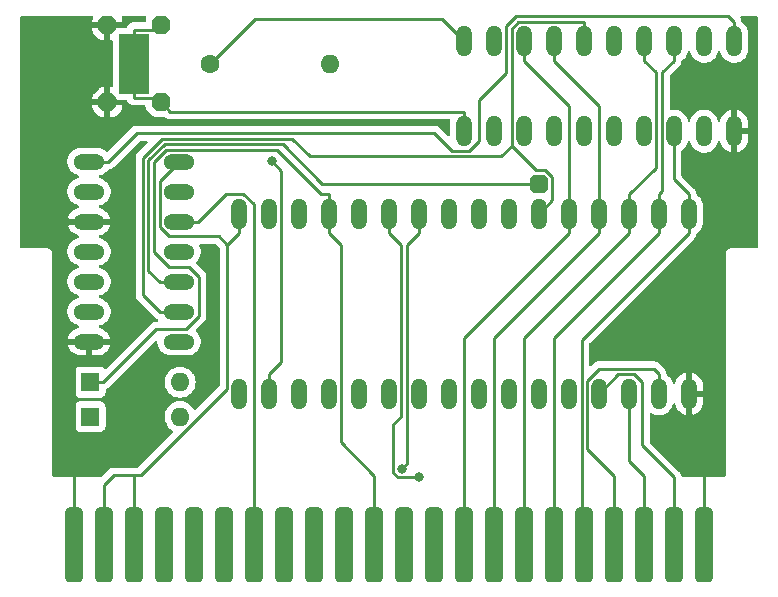
<source format=gtl>
G04 #@! TF.GenerationSoftware,KiCad,Pcbnew,(6.0.5)*
G04 #@! TF.CreationDate,2022-12-14T22:57:53+01:00*
G04 #@! TF.ProjectId,MDCC_512k,4d444343-5f35-4313-926b-2e6b69636164,C*
G04 #@! TF.SameCoordinates,Original*
G04 #@! TF.FileFunction,Copper,L1,Top*
G04 #@! TF.FilePolarity,Positive*
%FSLAX46Y46*%
G04 Gerber Fmt 4.6, Leading zero omitted, Abs format (unit mm)*
G04 Created by KiCad (PCBNEW (6.0.5)) date 2022-12-14 22:57:53*
%MOMM*%
%LPD*%
G01*
G04 APERTURE LIST*
G04 Aperture macros list*
%AMRoundRect*
0 Rectangle with rounded corners*
0 $1 Rounding radius*
0 $2 $3 $4 $5 $6 $7 $8 $9 X,Y pos of 4 corners*
0 Add a 4 corners polygon primitive as box body*
4,1,4,$2,$3,$4,$5,$6,$7,$8,$9,$2,$3,0*
0 Add four circle primitives for the rounded corners*
1,1,$1+$1,$2,$3*
1,1,$1+$1,$4,$5*
1,1,$1+$1,$6,$7*
1,1,$1+$1,$8,$9*
0 Add four rect primitives between the rounded corners*
20,1,$1+$1,$2,$3,$4,$5,0*
20,1,$1+$1,$4,$5,$6,$7,0*
20,1,$1+$1,$6,$7,$8,$9,0*
20,1,$1+$1,$8,$9,$2,$3,0*%
%AMOutline5P*
0 Free polygon, 5 corners , with rotation*
0 The origin of the aperture is its center*
0 number of corners: always 5*
0 $1 to $10 corner X, Y*
0 $11 Rotation angle, in degrees counterclockwise*
0 create outline with 5 corners*
4,1,5,$1,$2,$3,$4,$5,$6,$7,$8,$9,$10,$1,$2,$11*%
%AMOutline6P*
0 Free polygon, 6 corners , with rotation*
0 The origin of the aperture is its center*
0 number of corners: always 6*
0 $1 to $12 corner X, Y*
0 $13 Rotation angle, in degrees counterclockwise*
0 create outline with 6 corners*
4,1,6,$1,$2,$3,$4,$5,$6,$7,$8,$9,$10,$11,$12,$1,$2,$13*%
%AMOutline7P*
0 Free polygon, 7 corners , with rotation*
0 The origin of the aperture is its center*
0 number of corners: always 7*
0 $1 to $14 corner X, Y*
0 $15 Rotation angle, in degrees counterclockwise*
0 create outline with 7 corners*
4,1,7,$1,$2,$3,$4,$5,$6,$7,$8,$9,$10,$11,$12,$13,$14,$1,$2,$15*%
%AMOutline8P*
0 Free polygon, 8 corners , with rotation*
0 The origin of the aperture is its center*
0 number of corners: always 8*
0 $1 to $16 corner X, Y*
0 $17 Rotation angle, in degrees counterclockwise*
0 create outline with 8 corners*
4,1,8,$1,$2,$3,$4,$5,$6,$7,$8,$9,$10,$11,$12,$13,$14,$15,$16,$1,$2,$17*%
G04 Aperture macros list end*
G04 #@! TA.AperFunction,ComponentPad*
%ADD10O,1.320800X2.641600*%
G04 #@! TD*
G04 #@! TA.AperFunction,SMDPad,CuDef*
%ADD11RoundRect,0.381000X-0.381000X-2.794000X0.381000X-2.794000X0.381000X2.794000X-0.381000X2.794000X0*%
G04 #@! TD*
G04 #@! TA.AperFunction,ComponentPad*
%ADD12R,1.600000X1.600000*%
G04 #@! TD*
G04 #@! TA.AperFunction,ComponentPad*
%ADD13O,1.600000X1.600000*%
G04 #@! TD*
G04 #@! TA.AperFunction,SMDPad,CuDef*
%ADD14R,2.540000X5.080000*%
G04 #@! TD*
G04 #@! TA.AperFunction,ComponentPad*
%ADD15O,2.641600X1.320800*%
G04 #@! TD*
G04 #@! TA.AperFunction,ComponentPad*
%ADD16C,1.600000*%
G04 #@! TD*
G04 #@! TA.AperFunction,ComponentPad*
%ADD17Outline8P,-0.800100X0.400050X-0.400050X0.800100X0.400050X0.800100X0.800100X0.400050X0.800100X-0.400050X0.400050X-0.800100X-0.400050X-0.800100X-0.800100X-0.400050X0.000000*%
G04 #@! TD*
G04 #@! TA.AperFunction,ComponentPad*
%ADD18Outline8P,-0.762000X0.381000X-0.381000X0.762000X0.381000X0.762000X0.762000X0.381000X0.762000X-0.381000X0.381000X-0.762000X-0.381000X-0.762000X-0.762000X-0.381000X270.000000*%
G04 #@! TD*
G04 #@! TA.AperFunction,ViaPad*
%ADD19C,0.800000*%
G04 #@! TD*
G04 #@! TA.AperFunction,Conductor*
%ADD20C,0.250000*%
G04 #@! TD*
G04 APERTURE END LIST*
D10*
X135801100Y-112993600D03*
X138341100Y-112993600D03*
X140881100Y-112993600D03*
X143421100Y-112993600D03*
X145961100Y-112993600D03*
X148501100Y-112993600D03*
X151041100Y-112993600D03*
X153581100Y-112993600D03*
X156121100Y-112993600D03*
X158661100Y-112993600D03*
X161201100Y-112993600D03*
X163741100Y-112993600D03*
X166281100Y-112993600D03*
X168821100Y-112993600D03*
X171361100Y-112993600D03*
X173901100Y-112993600D03*
X173901100Y-97753600D03*
X171361100Y-97753600D03*
X168821100Y-97753600D03*
X166281100Y-97753600D03*
X163741100Y-97753600D03*
X161201100Y-97753600D03*
X158661100Y-97753600D03*
X156121100Y-97753600D03*
X153581100Y-97753600D03*
X151041100Y-97753600D03*
X148501100Y-97753600D03*
X145961100Y-97753600D03*
X143421100Y-97753600D03*
X140881100Y-97753600D03*
X138341100Y-97753600D03*
X135801100Y-97753600D03*
D11*
X121841100Y-125828600D03*
X124381100Y-125828600D03*
X126921100Y-125828600D03*
X129461100Y-125828600D03*
X132001100Y-125828600D03*
X134541100Y-125828600D03*
X137081100Y-125828600D03*
X139621100Y-125828600D03*
X142161100Y-125828600D03*
X144701100Y-125828600D03*
X147241100Y-125828600D03*
X149781100Y-125828600D03*
X152321100Y-125828600D03*
X154861100Y-125828600D03*
X157401100Y-125828600D03*
X159941100Y-125828600D03*
X162481100Y-125828600D03*
X165021100Y-125828600D03*
X167561100Y-125828600D03*
X170101100Y-125828600D03*
X172641100Y-125828600D03*
X175181100Y-125828600D03*
D12*
X123190000Y-114935000D03*
D13*
X130810000Y-114935000D03*
D12*
X123190000Y-112020000D03*
D13*
X130810000Y-112020000D03*
D14*
X126911100Y-85053600D03*
D15*
X123101100Y-93345000D03*
X123101100Y-95885000D03*
X123101100Y-98425000D03*
X123101100Y-100965000D03*
X123101100Y-103505000D03*
X123101100Y-106045000D03*
X123101100Y-108585000D03*
X130721100Y-108585000D03*
X130721100Y-106045000D03*
X130721100Y-103505000D03*
X130721100Y-100965000D03*
X130721100Y-98425000D03*
X130721100Y-95885000D03*
X130721100Y-93345000D03*
D16*
X133350000Y-85090000D03*
D13*
X143510000Y-85090000D03*
D17*
X161201100Y-95213600D03*
D10*
X154851100Y-90768600D03*
X157391100Y-90768600D03*
X159931100Y-90768600D03*
X162471100Y-90768600D03*
X165011100Y-90768600D03*
X167551100Y-90768600D03*
X170091100Y-90768600D03*
X172631100Y-90768600D03*
X175171100Y-90768600D03*
X177711100Y-90768600D03*
X177711100Y-83148600D03*
X175171100Y-83148600D03*
X172631100Y-83148600D03*
X170091100Y-83148600D03*
X167551100Y-83148600D03*
X165011100Y-83148600D03*
X162471100Y-83148600D03*
X159931100Y-83148600D03*
X157391100Y-83148600D03*
X154851100Y-83148600D03*
D18*
X129161100Y-81803600D03*
X129161100Y-88303600D03*
X124661100Y-81803600D03*
X124661100Y-88303600D03*
D19*
X151019000Y-120015000D03*
X149611500Y-119336900D03*
X138558700Y-93314900D03*
D20*
X120650000Y-97623200D02*
X121451800Y-98425000D01*
X120650000Y-90805000D02*
X120650000Y-97623200D01*
X123151400Y-88303600D02*
X120650000Y-90805000D01*
X124661100Y-88303600D02*
X123151400Y-88303600D01*
X121870100Y-109855000D02*
X121870100Y-125799600D01*
X120650000Y-108634900D02*
X121870100Y-109855000D01*
X121870100Y-125799600D02*
X121841100Y-125828600D01*
X120650000Y-108585000D02*
X121870100Y-108585000D01*
X120650000Y-99226800D02*
X120650000Y-108585000D01*
X121451800Y-98425000D02*
X120650000Y-99226800D01*
X175181100Y-115922900D02*
X175181100Y-125828600D01*
X123101100Y-108585000D02*
X121870100Y-108585000D01*
X173901100Y-114642900D02*
X175181100Y-115922900D01*
X121565200Y-98425000D02*
X121451800Y-98425000D01*
X123101100Y-98425000D02*
X121565200Y-98425000D01*
X173901100Y-112993600D02*
X173901100Y-114642900D01*
X129070600Y-94995500D02*
X129070600Y-98850100D01*
X124479700Y-125730000D02*
X124381100Y-125828600D01*
X125228800Y-119881200D02*
X127501200Y-119881200D01*
X154851100Y-83148600D02*
X152982500Y-81280000D01*
X135801100Y-99402900D02*
X134812200Y-100391800D01*
X129070600Y-98850100D02*
X129871100Y-99650600D01*
X134812200Y-112570200D02*
X127501200Y-119881200D01*
X129871100Y-99650600D02*
X134071000Y-99650600D01*
X126921100Y-119960100D02*
X126921100Y-125828600D01*
X134812200Y-100391800D02*
X134812200Y-112570200D01*
X127000000Y-119881200D02*
X126921100Y-119960100D01*
X124381100Y-120728900D02*
X125228800Y-119881200D01*
X126921100Y-125828600D02*
X126822500Y-125730000D01*
X134071000Y-99650600D02*
X134812200Y-100391800D01*
X124460000Y-125749700D02*
X124381100Y-125828600D01*
X130721100Y-93345000D02*
X129070600Y-94995500D01*
X135801100Y-97753600D02*
X135801100Y-99402900D01*
X137160000Y-81280000D02*
X133350000Y-85090000D01*
X124381100Y-125828600D02*
X124381100Y-120728900D01*
X152982500Y-81280000D02*
X137160000Y-81280000D01*
X130721100Y-103505000D02*
X129071800Y-103505000D01*
X139500500Y-91863100D02*
X129498700Y-91863100D01*
X161201100Y-95213600D02*
X160071000Y-95213600D01*
X160071000Y-95213600D02*
X142851000Y-95213600D01*
X129498700Y-91863100D02*
X128135700Y-93226100D01*
X128135700Y-102568900D02*
X129071800Y-103505000D01*
X128135700Y-93226100D02*
X128135700Y-102568900D01*
X142851000Y-95213600D02*
X139500500Y-91863100D01*
X147241100Y-119936100D02*
X147241100Y-125828600D01*
X128803400Y-107535100D02*
X131317000Y-107535100D01*
X143421100Y-97753600D02*
X143421100Y-99402900D01*
X128617100Y-100988200D02*
X128617100Y-93386200D01*
X144410000Y-117105000D02*
X147241100Y-119936100D01*
X143421100Y-96928900D02*
X143421100Y-97753600D01*
X129863900Y-102235000D02*
X128617100Y-100988200D01*
X144410000Y-100391800D02*
X144410000Y-117105000D01*
X124318500Y-112020000D02*
X128803400Y-107535100D01*
X132397200Y-106454900D02*
X132397200Y-103072500D01*
X131317000Y-107535100D02*
X132397200Y-106454900D01*
X143421100Y-99402900D02*
X144410000Y-100391800D01*
X139026500Y-92351100D02*
X142779700Y-96104300D01*
X131559700Y-102235000D02*
X129863900Y-102235000D01*
X129652200Y-92351100D02*
X139026500Y-92351100D01*
X142779700Y-96104300D02*
X143421100Y-96104300D01*
X123190000Y-112020000D02*
X124318500Y-112020000D01*
X128617100Y-93386200D02*
X129652200Y-92351100D01*
X132397200Y-103072500D02*
X131559700Y-102235000D01*
X143421100Y-96928900D02*
X143421100Y-96104300D01*
X137081100Y-96968300D02*
X137081100Y-125828600D01*
X130721100Y-98425000D02*
X132370400Y-98425000D01*
X134741200Y-96054200D02*
X136167000Y-96054200D01*
X132370400Y-98425000D02*
X134741200Y-96054200D01*
X136167000Y-96054200D02*
X137081100Y-96968300D01*
X127682100Y-93020300D02*
X129292900Y-91409500D01*
X162336400Y-94679500D02*
X162336400Y-96618300D01*
X161732500Y-94075600D02*
X162336400Y-94679500D01*
X158879000Y-82078800D02*
X158879000Y-92024800D01*
X158002200Y-92901600D02*
X158879000Y-92024800D01*
X162336400Y-96618300D02*
X161201100Y-97753600D01*
X129071800Y-106045000D02*
X127682100Y-104655300D01*
X140292500Y-91409500D02*
X141784600Y-92901600D01*
X158879000Y-92024800D02*
X160929800Y-94075600D01*
X160929800Y-94075600D02*
X161732500Y-94075600D01*
X141784600Y-92901600D02*
X158002200Y-92901600D01*
X130721100Y-106045000D02*
X129071800Y-106045000D01*
X165011100Y-81499300D02*
X159458500Y-81499300D01*
X129292900Y-91409500D02*
X140292500Y-91409500D01*
X127682100Y-104655300D02*
X127682100Y-93020300D01*
X159458500Y-81499300D02*
X158879000Y-82078800D01*
X165011100Y-83148600D02*
X165011100Y-81499300D01*
X159280000Y-81019000D02*
X158425400Y-81873600D01*
X177711100Y-81499300D02*
X177230800Y-81019000D01*
X156121100Y-88108600D02*
X156121100Y-91587700D01*
X158425400Y-81873600D02*
X158425400Y-85804300D01*
X158425400Y-85804300D02*
X156121100Y-88108600D01*
X152346500Y-90932400D02*
X127163000Y-90932400D01*
X127163000Y-90932400D02*
X124750400Y-93345000D01*
X177230800Y-81019000D02*
X159280000Y-81019000D01*
X155260800Y-92448000D02*
X153862100Y-92448000D01*
X123101100Y-93345000D02*
X124750400Y-93345000D01*
X156121100Y-91587700D02*
X155260800Y-92448000D01*
X177711100Y-83148600D02*
X177711100Y-81499300D01*
X153862100Y-92448000D02*
X152346500Y-90932400D01*
X149265211Y-120064611D02*
X148875100Y-119674500D01*
X149490000Y-100391800D02*
X148501100Y-99402900D01*
X148501100Y-99402900D02*
X148501100Y-97753600D01*
X148875100Y-119674500D02*
X148875100Y-115561000D01*
X150969389Y-120064611D02*
X149265211Y-120064611D01*
X148875100Y-115561000D02*
X149490000Y-114946100D01*
X149490000Y-114946100D02*
X149490000Y-100391800D01*
X151019000Y-120015000D02*
X150969389Y-120064611D01*
X151041100Y-97753600D02*
X151041100Y-99402900D01*
X149611500Y-119336900D02*
X150052200Y-118896200D01*
X150052200Y-100391800D02*
X151041100Y-99402900D01*
X150052200Y-118896200D02*
X150052200Y-100391800D01*
X163741100Y-97352600D02*
X163741100Y-96104300D01*
X163741100Y-88607900D02*
X159931100Y-84797900D01*
X154861100Y-108282900D02*
X154861100Y-125828600D01*
X163741100Y-96104300D02*
X163741100Y-88607900D01*
X159931100Y-83148600D02*
X159931100Y-84797900D01*
X163741100Y-99402900D02*
X154861100Y-108282900D01*
X163741100Y-97753600D02*
X163741100Y-99402900D01*
X163741100Y-97352600D02*
X163741100Y-97753600D01*
X166281100Y-97468500D02*
X166281100Y-97753600D01*
X157401100Y-108282900D02*
X157401100Y-125828600D01*
X162471100Y-83148600D02*
X162471100Y-84797900D01*
X166281100Y-99402900D02*
X157401100Y-108282900D01*
X162471100Y-84797900D02*
X166281100Y-88607900D01*
X166281100Y-97468500D02*
X166281100Y-96104300D01*
X166281100Y-88607900D02*
X166281100Y-96104300D01*
X166281100Y-97753600D02*
X166281100Y-99402900D01*
X170091100Y-83148600D02*
X170091100Y-84797900D01*
X171080100Y-85786900D02*
X171080100Y-93845300D01*
X171080100Y-93845300D02*
X168821100Y-96104300D01*
X168821100Y-97753600D02*
X168821100Y-96104300D01*
X159941100Y-108282900D02*
X168821100Y-99402900D01*
X168821100Y-97753600D02*
X168821100Y-99402900D01*
X159941100Y-125828600D02*
X159941100Y-108282900D01*
X170091100Y-84797900D02*
X171080100Y-85786900D01*
X171642200Y-95823200D02*
X171361100Y-96104300D01*
X171361100Y-97753600D02*
X171361100Y-99402900D01*
X172631100Y-84797900D02*
X171642200Y-85786800D01*
X171361100Y-97753600D02*
X171361100Y-96104300D01*
X172631100Y-83148600D02*
X172631100Y-84797900D01*
X162481100Y-108282900D02*
X171361100Y-99402900D01*
X162481100Y-125828600D02*
X162481100Y-108282900D01*
X171642200Y-85786800D02*
X171642200Y-95823200D01*
X172631100Y-90768600D02*
X172631100Y-94834300D01*
X164816400Y-125623900D02*
X165021100Y-125828600D01*
X173901100Y-99402900D02*
X164816400Y-108487600D01*
X164816400Y-108487600D02*
X164816400Y-125623900D01*
X172631100Y-94834300D02*
X173901100Y-96104300D01*
X173901100Y-97753600D02*
X173901100Y-99402900D01*
X173901100Y-97753600D02*
X173901100Y-96104300D01*
X166265700Y-110890700D02*
X165270000Y-111886400D01*
X171361100Y-111344300D02*
X170907500Y-110890700D01*
X170907500Y-110890700D02*
X166265700Y-110890700D01*
X167561100Y-119936100D02*
X167561100Y-125828600D01*
X165270000Y-111886400D02*
X165270000Y-117645000D01*
X171361100Y-112993600D02*
X171361100Y-111344300D01*
X165270000Y-117645000D02*
X167561100Y-119936100D01*
X168821100Y-112993600D02*
X168821100Y-118656100D01*
X168821100Y-118656100D02*
X170101100Y-119936100D01*
X170101100Y-119936100D02*
X170101100Y-125828600D01*
X169930700Y-117356300D02*
X172641100Y-120066700D01*
X169236200Y-111344300D02*
X169930700Y-112038800D01*
X169930700Y-112038800D02*
X169930700Y-117356300D01*
X166281100Y-112993600D02*
X167930400Y-111344300D01*
X172641100Y-120066700D02*
X172641100Y-125828600D01*
X167930400Y-111344300D02*
X169236200Y-111344300D01*
X139376700Y-110308700D02*
X138341100Y-111344300D01*
X139376700Y-94132900D02*
X139376700Y-110308700D01*
X138341100Y-112993600D02*
X138341100Y-111344300D01*
X138558700Y-93314900D02*
X139376700Y-94132900D01*
X129161100Y-88303600D02*
X128779600Y-87922100D01*
X126911100Y-85053600D02*
X126911100Y-87922100D01*
X128779600Y-82185100D02*
X126911100Y-82185100D01*
X154851100Y-90768600D02*
X154851100Y-89119300D01*
X154851100Y-89119300D02*
X129976800Y-89119300D01*
X129161100Y-81803600D02*
X128779600Y-82185100D01*
X126911100Y-85053600D02*
X126911100Y-82185100D01*
X128779600Y-87922100D02*
X126911100Y-87922100D01*
X129976800Y-89119300D02*
X129161100Y-88303600D01*
G04 #@! TA.AperFunction,Conductor*
G36*
X123398741Y-81032102D02*
G01*
X123445234Y-81085758D01*
X123455338Y-81156032D01*
X123447071Y-81186217D01*
X123404994Y-81288050D01*
X123400729Y-81304193D01*
X123391590Y-81377048D01*
X123391100Y-81384893D01*
X123391100Y-81531485D01*
X123395575Y-81546724D01*
X123396965Y-81547929D01*
X123404648Y-81549600D01*
X125912984Y-81549600D01*
X125928223Y-81545125D01*
X125929428Y-81543735D01*
X125931099Y-81536052D01*
X125931099Y-81384927D01*
X125930599Y-81377008D01*
X125921261Y-81303336D01*
X125916964Y-81287172D01*
X125875128Y-81186419D01*
X125867478Y-81115836D01*
X125899202Y-81052322D01*
X125960228Y-81016041D01*
X125991495Y-81012100D01*
X127830080Y-81012100D01*
X127898201Y-81032102D01*
X127944694Y-81085758D01*
X127954798Y-81156032D01*
X127946533Y-81186211D01*
X127901289Y-81295709D01*
X127900240Y-81304069D01*
X127900240Y-81304070D01*
X127891193Y-81376193D01*
X127890600Y-81380917D01*
X127890600Y-81425600D01*
X127870598Y-81493721D01*
X127816942Y-81540214D01*
X127764600Y-81551600D01*
X126982893Y-81551600D01*
X126959284Y-81549368D01*
X126958981Y-81549310D01*
X126958977Y-81549310D01*
X126951194Y-81547825D01*
X126895149Y-81551351D01*
X126887238Y-81551600D01*
X126871244Y-81551600D01*
X126855370Y-81553606D01*
X126847510Y-81554348D01*
X126820051Y-81556076D01*
X126799363Y-81557377D01*
X126799362Y-81557377D01*
X126791450Y-81557875D01*
X126783909Y-81560325D01*
X126783613Y-81560421D01*
X126760469Y-81565594D01*
X126760165Y-81565632D01*
X126760160Y-81565633D01*
X126752303Y-81566626D01*
X126744938Y-81569542D01*
X126744934Y-81569543D01*
X126700089Y-81587299D01*
X126692670Y-81589971D01*
X126639225Y-81607336D01*
X126632529Y-81611586D01*
X126632528Y-81611586D01*
X126632269Y-81611750D01*
X126611142Y-81622515D01*
X126610854Y-81622629D01*
X126610849Y-81622632D01*
X126603483Y-81625548D01*
X126597075Y-81630204D01*
X126597069Y-81630207D01*
X126558048Y-81658558D01*
X126551511Y-81663001D01*
X126504082Y-81693100D01*
X126498656Y-81698878D01*
X126498655Y-81698879D01*
X126498441Y-81699107D01*
X126480654Y-81714788D01*
X126480409Y-81714966D01*
X126480407Y-81714968D01*
X126473993Y-81719628D01*
X126468939Y-81725737D01*
X126468938Y-81725738D01*
X126438197Y-81762896D01*
X126432966Y-81768830D01*
X126399942Y-81803998D01*
X126399940Y-81804001D01*
X126394514Y-81809779D01*
X126390545Y-81816999D01*
X126377219Y-81836606D01*
X126377020Y-81836846D01*
X126377016Y-81836853D01*
X126371967Y-81842956D01*
X126366794Y-81853949D01*
X126348053Y-81893776D01*
X126344471Y-81900808D01*
X126323033Y-81939803D01*
X126272689Y-81989860D01*
X126212620Y-82005100D01*
X125592966Y-82005100D01*
X125589569Y-82005469D01*
X125538634Y-82011002D01*
X125538632Y-82011002D01*
X125530784Y-82011855D01*
X125523391Y-82014627D01*
X125523389Y-82014627D01*
X125430147Y-82049582D01*
X125385918Y-82057600D01*
X124933215Y-82057600D01*
X124917976Y-82062075D01*
X124916771Y-82063465D01*
X124915100Y-82071148D01*
X124915100Y-83055484D01*
X124919575Y-83070723D01*
X124920965Y-83071928D01*
X124928648Y-83073599D01*
X125006600Y-83073599D01*
X125074721Y-83093601D01*
X125121214Y-83147257D01*
X125132600Y-83199599D01*
X125132600Y-86907600D01*
X125112598Y-86975721D01*
X125058942Y-87022214D01*
X125006600Y-87033600D01*
X124933215Y-87033600D01*
X124917976Y-87038075D01*
X124916771Y-87039465D01*
X124915100Y-87047148D01*
X124915100Y-88031485D01*
X124919575Y-88046724D01*
X124920965Y-88047929D01*
X124928648Y-88049600D01*
X125385918Y-88049600D01*
X125430147Y-88057618D01*
X125523389Y-88092573D01*
X125523391Y-88092573D01*
X125530784Y-88095345D01*
X125538632Y-88096198D01*
X125538634Y-88096198D01*
X125589569Y-88101731D01*
X125592966Y-88102100D01*
X126211940Y-88102100D01*
X126280061Y-88122102D01*
X126326554Y-88175758D01*
X126329870Y-88184275D01*
X126330885Y-88186433D01*
X126333336Y-88193975D01*
X126337586Y-88200671D01*
X126337586Y-88200672D01*
X126337750Y-88200931D01*
X126348515Y-88222058D01*
X126348629Y-88222346D01*
X126348632Y-88222351D01*
X126351548Y-88229717D01*
X126356204Y-88236125D01*
X126356207Y-88236131D01*
X126384558Y-88275152D01*
X126389001Y-88281689D01*
X126419100Y-88329118D01*
X126424878Y-88334544D01*
X126424879Y-88334545D01*
X126425107Y-88334759D01*
X126440788Y-88352546D01*
X126445628Y-88359207D01*
X126451737Y-88364261D01*
X126451738Y-88364262D01*
X126488896Y-88395003D01*
X126494830Y-88400234D01*
X126529998Y-88433258D01*
X126530001Y-88433260D01*
X126535779Y-88438686D01*
X126543003Y-88442658D01*
X126562606Y-88455981D01*
X126562846Y-88456180D01*
X126562853Y-88456184D01*
X126568956Y-88461233D01*
X126605043Y-88478214D01*
X126619776Y-88485147D01*
X126626808Y-88488729D01*
X126676040Y-88515795D01*
X126683715Y-88517765D01*
X126683721Y-88517768D01*
X126684019Y-88517844D01*
X126706328Y-88525876D01*
X126706603Y-88526006D01*
X126706611Y-88526009D01*
X126713782Y-88529383D01*
X126768949Y-88539906D01*
X126776658Y-88541629D01*
X126810651Y-88550357D01*
X126823393Y-88553629D01*
X126823394Y-88553629D01*
X126831070Y-88555600D01*
X126839307Y-88555600D01*
X126862916Y-88557832D01*
X126863219Y-88557890D01*
X126863223Y-88557890D01*
X126871006Y-88559375D01*
X126927051Y-88555849D01*
X126934962Y-88555600D01*
X127764599Y-88555600D01*
X127832720Y-88575602D01*
X127879213Y-88629258D01*
X127890599Y-88681600D01*
X127890599Y-88726281D01*
X127901511Y-88812359D01*
X127957369Y-88946881D01*
X127962536Y-88953530D01*
X127962537Y-88953532D01*
X127980601Y-88976778D01*
X128010063Y-89014691D01*
X128450011Y-89454638D01*
X128518591Y-89507788D01*
X128653209Y-89563411D01*
X128661569Y-89564460D01*
X128661570Y-89564460D01*
X128734509Y-89573610D01*
X128734513Y-89573610D01*
X128738417Y-89574100D01*
X128796734Y-89574100D01*
X129485797Y-89574101D01*
X129553918Y-89594103D01*
X129572049Y-89608250D01*
X129595699Y-89630459D01*
X129595703Y-89630462D01*
X129601479Y-89635886D01*
X129608425Y-89639705D01*
X129608428Y-89639707D01*
X129619234Y-89645648D01*
X129635753Y-89656499D01*
X129651759Y-89668914D01*
X129659028Y-89672059D01*
X129659032Y-89672062D01*
X129692337Y-89686474D01*
X129702987Y-89691691D01*
X129741740Y-89712995D01*
X129749415Y-89714966D01*
X129749416Y-89714966D01*
X129761362Y-89718033D01*
X129780067Y-89724437D01*
X129798655Y-89732481D01*
X129806478Y-89733720D01*
X129806488Y-89733723D01*
X129842324Y-89739399D01*
X129853944Y-89741805D01*
X129889089Y-89750828D01*
X129896770Y-89752800D01*
X129917024Y-89752800D01*
X129936734Y-89754351D01*
X129956743Y-89757520D01*
X129964635Y-89756774D01*
X130000761Y-89753359D01*
X130012619Y-89752800D01*
X153574229Y-89752800D01*
X153642350Y-89772802D01*
X153688843Y-89826458D01*
X153699356Y-89893610D01*
X153691323Y-89961482D01*
X153682200Y-90038556D01*
X153682200Y-91068005D01*
X153662198Y-91136126D01*
X153608542Y-91182619D01*
X153538268Y-91192723D01*
X153473688Y-91163229D01*
X153467104Y-91157100D01*
X152850147Y-90540142D01*
X152842613Y-90531863D01*
X152838500Y-90525382D01*
X152788848Y-90478756D01*
X152786007Y-90476002D01*
X152766270Y-90456265D01*
X152763073Y-90453785D01*
X152754051Y-90446080D01*
X152749897Y-90442179D01*
X152721821Y-90415814D01*
X152714875Y-90411995D01*
X152714872Y-90411993D01*
X152704066Y-90406052D01*
X152687547Y-90395201D01*
X152687083Y-90394841D01*
X152671541Y-90382786D01*
X152664272Y-90379641D01*
X152664268Y-90379638D01*
X152630963Y-90365226D01*
X152620313Y-90360009D01*
X152581560Y-90338705D01*
X152561937Y-90333667D01*
X152543234Y-90327263D01*
X152531920Y-90322367D01*
X152531919Y-90322367D01*
X152524645Y-90319219D01*
X152516822Y-90317980D01*
X152516812Y-90317977D01*
X152480976Y-90312301D01*
X152469356Y-90309895D01*
X152434211Y-90300872D01*
X152434210Y-90300872D01*
X152426530Y-90298900D01*
X152406276Y-90298900D01*
X152386565Y-90297349D01*
X152374386Y-90295420D01*
X152366557Y-90294180D01*
X152337286Y-90296947D01*
X152322539Y-90298341D01*
X152310681Y-90298900D01*
X127241768Y-90298900D01*
X127230585Y-90298373D01*
X127223092Y-90296698D01*
X127215166Y-90296947D01*
X127215165Y-90296947D01*
X127155002Y-90298838D01*
X127151044Y-90298900D01*
X127123144Y-90298900D01*
X127119154Y-90299404D01*
X127107320Y-90300336D01*
X127063111Y-90301726D01*
X127055495Y-90303939D01*
X127055493Y-90303939D01*
X127043652Y-90307379D01*
X127024293Y-90311388D01*
X127022983Y-90311554D01*
X127004203Y-90313926D01*
X126996837Y-90316842D01*
X126996831Y-90316844D01*
X126963098Y-90330200D01*
X126951868Y-90334045D01*
X126935828Y-90338705D01*
X126909407Y-90346381D01*
X126902584Y-90350416D01*
X126891966Y-90356695D01*
X126874213Y-90365392D01*
X126866568Y-90368419D01*
X126855383Y-90372848D01*
X126841705Y-90382786D01*
X126819612Y-90398837D01*
X126809695Y-90405351D01*
X126771638Y-90427858D01*
X126757317Y-90442179D01*
X126742284Y-90455019D01*
X126725893Y-90466928D01*
X126717217Y-90477416D01*
X126697702Y-90501005D01*
X126689712Y-90509784D01*
X124725039Y-92474456D01*
X124662727Y-92508482D01*
X124591911Y-92503417D01*
X124557938Y-92484311D01*
X124538723Y-92469163D01*
X124400856Y-92360478D01*
X124395745Y-92357789D01*
X124395742Y-92357787D01*
X124224665Y-92267779D01*
X124210735Y-92260450D01*
X124005569Y-92196745D01*
X123987026Y-92194550D01*
X123834831Y-92176536D01*
X123834824Y-92176536D01*
X123831144Y-92176100D01*
X122386198Y-92176100D01*
X122226772Y-92190749D01*
X122221210Y-92192318D01*
X122221208Y-92192318D01*
X122163256Y-92208662D01*
X122020009Y-92249062D01*
X122014832Y-92251615D01*
X122014827Y-92251617D01*
X121839185Y-92338235D01*
X121827335Y-92344079D01*
X121655202Y-92472616D01*
X121651288Y-92476850D01*
X121651286Y-92476852D01*
X121518071Y-92620964D01*
X121509376Y-92630370D01*
X121394740Y-92812057D01*
X121315134Y-93011592D01*
X121314008Y-93017252D01*
X121314007Y-93017256D01*
X121274350Y-93216626D01*
X121273223Y-93222293D01*
X121273147Y-93228068D01*
X121273147Y-93228072D01*
X121272097Y-93308335D01*
X121270411Y-93437104D01*
X121271390Y-93442801D01*
X121271390Y-93442802D01*
X121286518Y-93530842D01*
X121306792Y-93648830D01*
X121381148Y-93850380D01*
X121490988Y-94035006D01*
X121494794Y-94039346D01*
X121494797Y-94039350D01*
X121621384Y-94183694D01*
X121632635Y-94196523D01*
X121801344Y-94329522D01*
X121806455Y-94332211D01*
X121806458Y-94332213D01*
X121903028Y-94383021D01*
X121991465Y-94429550D01*
X122142243Y-94476367D01*
X122175221Y-94486607D01*
X122196631Y-94493255D01*
X122197537Y-94493362D01*
X122258621Y-94526339D01*
X122292943Y-94588488D01*
X122288217Y-94659327D01*
X122245942Y-94716365D01*
X122204154Y-94737128D01*
X122020009Y-94789062D01*
X122014832Y-94791615D01*
X122014827Y-94791617D01*
X121839185Y-94878235D01*
X121827335Y-94884079D01*
X121655202Y-95012616D01*
X121651288Y-95016850D01*
X121651286Y-95016852D01*
X121628701Y-95041285D01*
X121509376Y-95170370D01*
X121394740Y-95352057D01*
X121315134Y-95551592D01*
X121314008Y-95557252D01*
X121314007Y-95557256D01*
X121274350Y-95756626D01*
X121273223Y-95762293D01*
X121273147Y-95768068D01*
X121273147Y-95768072D01*
X121272398Y-95825289D01*
X121270411Y-95977104D01*
X121271390Y-95982801D01*
X121271390Y-95982802D01*
X121299818Y-96148242D01*
X121306792Y-96188830D01*
X121381148Y-96390380D01*
X121490988Y-96575006D01*
X121494794Y-96579346D01*
X121494797Y-96579350D01*
X121576496Y-96672509D01*
X121632635Y-96736523D01*
X121801344Y-96869522D01*
X121806455Y-96872211D01*
X121806458Y-96872213D01*
X121880410Y-96911121D01*
X121991465Y-96969550D01*
X122196631Y-97033255D01*
X122198356Y-97033459D01*
X122259677Y-97066568D01*
X122293996Y-97128718D01*
X122289265Y-97199557D01*
X122246988Y-97256593D01*
X122205204Y-97277352D01*
X122025753Y-97327962D01*
X122015006Y-97332087D01*
X121832778Y-97421952D01*
X121822970Y-97427962D01*
X121660162Y-97549536D01*
X121651622Y-97557225D01*
X121513693Y-97706436D01*
X121506692Y-97715561D01*
X121398269Y-97887401D01*
X121393048Y-97897649D01*
X121317757Y-98086367D01*
X121314488Y-98097403D01*
X121303383Y-98153230D01*
X121304535Y-98166106D01*
X121319691Y-98171000D01*
X124885348Y-98171000D01*
X124898310Y-98167194D01*
X124900246Y-98152278D01*
X124895902Y-98126997D01*
X124892922Y-98115877D01*
X124822597Y-97925252D01*
X124817647Y-97914874D01*
X124713761Y-97740257D01*
X124706995Y-97730945D01*
X124573026Y-97578182D01*
X124564683Y-97570265D01*
X124405122Y-97444477D01*
X124395465Y-97438206D01*
X124215660Y-97343606D01*
X124205026Y-97339201D01*
X124010977Y-97278947D01*
X124005010Y-97277679D01*
X123942537Y-97243949D01*
X123908218Y-97181799D01*
X123912947Y-97110960D01*
X123955224Y-97053923D01*
X123997006Y-97033165D01*
X124182191Y-96980938D01*
X124187368Y-96978385D01*
X124187373Y-96978383D01*
X124369686Y-96888475D01*
X124374865Y-96885921D01*
X124546998Y-96757384D01*
X124566282Y-96736523D01*
X124688905Y-96603870D01*
X124688907Y-96603867D01*
X124692824Y-96599630D01*
X124807460Y-96417943D01*
X124887066Y-96218408D01*
X124892325Y-96191972D01*
X124927850Y-96013374D01*
X124927850Y-96013371D01*
X124928977Y-96007707D01*
X124929061Y-96001345D01*
X124930880Y-95862299D01*
X124931789Y-95792896D01*
X124930696Y-95786532D01*
X124896387Y-95586867D01*
X124896387Y-95586866D01*
X124895408Y-95581170D01*
X124821052Y-95379620D01*
X124711212Y-95194994D01*
X124707406Y-95190654D01*
X124707403Y-95190650D01*
X124573372Y-95037818D01*
X124569565Y-95033477D01*
X124400856Y-94900478D01*
X124395745Y-94897789D01*
X124395742Y-94897787D01*
X124299172Y-94846979D01*
X124210735Y-94800450D01*
X124005569Y-94736745D01*
X124004663Y-94736638D01*
X123943579Y-94703661D01*
X123909257Y-94641512D01*
X123913983Y-94570673D01*
X123956258Y-94513635D01*
X123998046Y-94492872D01*
X123998968Y-94492612D01*
X124182191Y-94440938D01*
X124187368Y-94438385D01*
X124187373Y-94438383D01*
X124369686Y-94348475D01*
X124374865Y-94345921D01*
X124504917Y-94248807D01*
X124542374Y-94220837D01*
X124542375Y-94220836D01*
X124546998Y-94217384D01*
X124566282Y-94196523D01*
X124688905Y-94063870D01*
X124688907Y-94063867D01*
X124692824Y-94059630D01*
X124707970Y-94035625D01*
X124761237Y-93988686D01*
X124810571Y-93976922D01*
X124842370Y-93975922D01*
X124850289Y-93975673D01*
X124869743Y-93970021D01*
X124889100Y-93966013D01*
X124901330Y-93964468D01*
X124901331Y-93964468D01*
X124909197Y-93963474D01*
X124916568Y-93960555D01*
X124916570Y-93960555D01*
X124950312Y-93947196D01*
X124961542Y-93943351D01*
X124996383Y-93933229D01*
X124996384Y-93933229D01*
X125003993Y-93931018D01*
X125010812Y-93926985D01*
X125010817Y-93926983D01*
X125021428Y-93920707D01*
X125039176Y-93912012D01*
X125058017Y-93904552D01*
X125093787Y-93878564D01*
X125103707Y-93872048D01*
X125134935Y-93853580D01*
X125134938Y-93853578D01*
X125141762Y-93849542D01*
X125156083Y-93835221D01*
X125171117Y-93822380D01*
X125181094Y-93815131D01*
X125187507Y-93810472D01*
X125215698Y-93776395D01*
X125223688Y-93767616D01*
X127388499Y-91602805D01*
X127450811Y-91568779D01*
X127477594Y-91565900D01*
X127936405Y-91565900D01*
X128004526Y-91585902D01*
X128051019Y-91639558D01*
X128061123Y-91709832D01*
X128031629Y-91774412D01*
X128025500Y-91780995D01*
X127289847Y-92516648D01*
X127281561Y-92524188D01*
X127275082Y-92528300D01*
X127269657Y-92534077D01*
X127228457Y-92577951D01*
X127225702Y-92580793D01*
X127205965Y-92600530D01*
X127203485Y-92603727D01*
X127195782Y-92612747D01*
X127165514Y-92644979D01*
X127161695Y-92651925D01*
X127161693Y-92651928D01*
X127155752Y-92662734D01*
X127144901Y-92679253D01*
X127132486Y-92695259D01*
X127129341Y-92702528D01*
X127129338Y-92702532D01*
X127114926Y-92735837D01*
X127109709Y-92746487D01*
X127088405Y-92785240D01*
X127086434Y-92792915D01*
X127086434Y-92792916D01*
X127083367Y-92804862D01*
X127076963Y-92823566D01*
X127068919Y-92842155D01*
X127067680Y-92849978D01*
X127067677Y-92849988D01*
X127062001Y-92885824D01*
X127059595Y-92897444D01*
X127050572Y-92932589D01*
X127048600Y-92940270D01*
X127048600Y-92960524D01*
X127047049Y-92980234D01*
X127043880Y-93000243D01*
X127044626Y-93008135D01*
X127048041Y-93044261D01*
X127048600Y-93056119D01*
X127048600Y-104576533D01*
X127048073Y-104587716D01*
X127046398Y-104595209D01*
X127046647Y-104603135D01*
X127046647Y-104603136D01*
X127048538Y-104663286D01*
X127048600Y-104667245D01*
X127048600Y-104695156D01*
X127049097Y-104699090D01*
X127049097Y-104699091D01*
X127049105Y-104699156D01*
X127050038Y-104710993D01*
X127051427Y-104755189D01*
X127057078Y-104774639D01*
X127061087Y-104794000D01*
X127063626Y-104814097D01*
X127066545Y-104821468D01*
X127066545Y-104821470D01*
X127079904Y-104855212D01*
X127083749Y-104866442D01*
X127093050Y-104898457D01*
X127096082Y-104908893D01*
X127100115Y-104915712D01*
X127100117Y-104915717D01*
X127106393Y-104926328D01*
X127115088Y-104944076D01*
X127122548Y-104962917D01*
X127127210Y-104969333D01*
X127127210Y-104969334D01*
X127148536Y-104998687D01*
X127155052Y-105008607D01*
X127177558Y-105046662D01*
X127191879Y-105060983D01*
X127204719Y-105076016D01*
X127216628Y-105092407D01*
X127222734Y-105097458D01*
X127250705Y-105120598D01*
X127259484Y-105128588D01*
X128568143Y-106437247D01*
X128575687Y-106445537D01*
X128579800Y-106452018D01*
X128585577Y-106457443D01*
X128629467Y-106498658D01*
X128632309Y-106501413D01*
X128652031Y-106521135D01*
X128655155Y-106523558D01*
X128655159Y-106523562D01*
X128655224Y-106523612D01*
X128664245Y-106531317D01*
X128696479Y-106561586D01*
X128703427Y-106565405D01*
X128703429Y-106565407D01*
X128714232Y-106571346D01*
X128730759Y-106582202D01*
X128740498Y-106589757D01*
X128740500Y-106589758D01*
X128746760Y-106594614D01*
X128787340Y-106612174D01*
X128797988Y-106617391D01*
X128826463Y-106633045D01*
X128836740Y-106638695D01*
X128844416Y-106640666D01*
X128844419Y-106640667D01*
X128856362Y-106643733D01*
X128875066Y-106650137D01*
X128893655Y-106658181D01*
X128892297Y-106661319D01*
X128939000Y-106691107D01*
X128968715Y-106755586D01*
X128958853Y-106825894D01*
X128912546Y-106879710D01*
X128848019Y-106899885D01*
X128802359Y-106901320D01*
X128795431Y-106901538D01*
X128791475Y-106901600D01*
X128763544Y-106901600D01*
X128759629Y-106902095D01*
X128759625Y-106902095D01*
X128759567Y-106902103D01*
X128759538Y-106902106D01*
X128747696Y-106903039D01*
X128703510Y-106904427D01*
X128686144Y-106909472D01*
X128684058Y-106910078D01*
X128664706Y-106914086D01*
X128652468Y-106915632D01*
X128652466Y-106915633D01*
X128644603Y-106916626D01*
X128603486Y-106932906D01*
X128592285Y-106936741D01*
X128549806Y-106949082D01*
X128542987Y-106953115D01*
X128542982Y-106953117D01*
X128532371Y-106959393D01*
X128514621Y-106968090D01*
X128495783Y-106975548D01*
X128489367Y-106980209D01*
X128489366Y-106980210D01*
X128460025Y-107001528D01*
X128450101Y-107008047D01*
X128418860Y-107026522D01*
X128418855Y-107026526D01*
X128412037Y-107030558D01*
X128397713Y-107044882D01*
X128382681Y-107057721D01*
X128366293Y-107069628D01*
X128338112Y-107103693D01*
X128330122Y-107112473D01*
X124555667Y-110886928D01*
X124493355Y-110920954D01*
X124422540Y-110915889D01*
X124365745Y-110873397D01*
X124363966Y-110871022D01*
X124353261Y-110856739D01*
X124236705Y-110769385D01*
X124100316Y-110718255D01*
X124038134Y-110711500D01*
X122341866Y-110711500D01*
X122279684Y-110718255D01*
X122143295Y-110769385D01*
X122026739Y-110856739D01*
X121939385Y-110973295D01*
X121888255Y-111109684D01*
X121881500Y-111171866D01*
X121881500Y-112868134D01*
X121888255Y-112930316D01*
X121939385Y-113066705D01*
X122026739Y-113183261D01*
X122143295Y-113270615D01*
X122279684Y-113321745D01*
X122341866Y-113328500D01*
X124038134Y-113328500D01*
X124100316Y-113321745D01*
X124236705Y-113270615D01*
X124353261Y-113183261D01*
X124440615Y-113066705D01*
X124491745Y-112930316D01*
X124498500Y-112868134D01*
X124498500Y-112719548D01*
X124518502Y-112651427D01*
X124571920Y-112606068D01*
X124572093Y-112606018D01*
X124589528Y-112595707D01*
X124607276Y-112587012D01*
X124626117Y-112579552D01*
X124661887Y-112553564D01*
X124671807Y-112547048D01*
X124703035Y-112528580D01*
X124703038Y-112528578D01*
X124709862Y-112524542D01*
X124724183Y-112510221D01*
X124739217Y-112497380D01*
X124749194Y-112490131D01*
X124755607Y-112485472D01*
X124783798Y-112451395D01*
X124791788Y-112442616D01*
X125214404Y-112020000D01*
X129496502Y-112020000D01*
X129516457Y-112248087D01*
X129517881Y-112253400D01*
X129517881Y-112253402D01*
X129570934Y-112451395D01*
X129575716Y-112469243D01*
X129578039Y-112474224D01*
X129578039Y-112474225D01*
X129670151Y-112671762D01*
X129670154Y-112671767D01*
X129672477Y-112676749D01*
X129803802Y-112864300D01*
X129965700Y-113026198D01*
X129970208Y-113029355D01*
X129970211Y-113029357D01*
X130011542Y-113058297D01*
X130153251Y-113157523D01*
X130158233Y-113159846D01*
X130158238Y-113159849D01*
X130355775Y-113251961D01*
X130360757Y-113254284D01*
X130366065Y-113255706D01*
X130366067Y-113255707D01*
X130576598Y-113312119D01*
X130576600Y-113312119D01*
X130581913Y-113313543D01*
X130810000Y-113333498D01*
X131038087Y-113313543D01*
X131043400Y-113312119D01*
X131043402Y-113312119D01*
X131253933Y-113255707D01*
X131253935Y-113255706D01*
X131259243Y-113254284D01*
X131264225Y-113251961D01*
X131461762Y-113159849D01*
X131461767Y-113159846D01*
X131466749Y-113157523D01*
X131608458Y-113058297D01*
X131649789Y-113029357D01*
X131649792Y-113029355D01*
X131654300Y-113026198D01*
X131816198Y-112864300D01*
X131947523Y-112676749D01*
X131949846Y-112671767D01*
X131949849Y-112671762D01*
X132041961Y-112474225D01*
X132041961Y-112474224D01*
X132044284Y-112469243D01*
X132049067Y-112451395D01*
X132102119Y-112253402D01*
X132102119Y-112253400D01*
X132103543Y-112248087D01*
X132123498Y-112020000D01*
X132103543Y-111791913D01*
X132085688Y-111725278D01*
X132045707Y-111576067D01*
X132045706Y-111576065D01*
X132044284Y-111570757D01*
X132035690Y-111552326D01*
X131949849Y-111368238D01*
X131949846Y-111368233D01*
X131947523Y-111363251D01*
X131858981Y-111236800D01*
X131819357Y-111180211D01*
X131819355Y-111180208D01*
X131816198Y-111175700D01*
X131654300Y-111013802D01*
X131649792Y-111010645D01*
X131649789Y-111010643D01*
X131536902Y-110931599D01*
X131466749Y-110882477D01*
X131461767Y-110880154D01*
X131461762Y-110880151D01*
X131264225Y-110788039D01*
X131264224Y-110788039D01*
X131259243Y-110785716D01*
X131253935Y-110784294D01*
X131253933Y-110784293D01*
X131043402Y-110727881D01*
X131043400Y-110727881D01*
X131038087Y-110726457D01*
X130810000Y-110706502D01*
X130581913Y-110726457D01*
X130576600Y-110727881D01*
X130576598Y-110727881D01*
X130366067Y-110784293D01*
X130366065Y-110784294D01*
X130360757Y-110785716D01*
X130355776Y-110788039D01*
X130355775Y-110788039D01*
X130158238Y-110880151D01*
X130158233Y-110880154D01*
X130153251Y-110882477D01*
X130083098Y-110931599D01*
X129970211Y-111010643D01*
X129970208Y-111010645D01*
X129965700Y-111013802D01*
X129803802Y-111175700D01*
X129800645Y-111180208D01*
X129800643Y-111180211D01*
X129761019Y-111236800D01*
X129672477Y-111363251D01*
X129670154Y-111368233D01*
X129670151Y-111368238D01*
X129584310Y-111552326D01*
X129575716Y-111570757D01*
X129574294Y-111576065D01*
X129574293Y-111576067D01*
X129534312Y-111725278D01*
X129516457Y-111791913D01*
X129496502Y-112020000D01*
X125214404Y-112020000D01*
X128675689Y-108558715D01*
X128738001Y-108524689D01*
X128808816Y-108529754D01*
X128865652Y-108572301D01*
X128890463Y-108638821D01*
X128890773Y-108649457D01*
X128890411Y-108677104D01*
X128891390Y-108682801D01*
X128891390Y-108682802D01*
X128896596Y-108713099D01*
X128926792Y-108888830D01*
X129001148Y-109090380D01*
X129110988Y-109275006D01*
X129114794Y-109279346D01*
X129114797Y-109279350D01*
X129136301Y-109303870D01*
X129252635Y-109436523D01*
X129421344Y-109569522D01*
X129426455Y-109572211D01*
X129426458Y-109572213D01*
X129523028Y-109623021D01*
X129611465Y-109669550D01*
X129816631Y-109733255D01*
X129822368Y-109733934D01*
X129987369Y-109753464D01*
X129987376Y-109753464D01*
X129991056Y-109753900D01*
X131436002Y-109753900D01*
X131595428Y-109739251D01*
X131600990Y-109737682D01*
X131600992Y-109737682D01*
X131658944Y-109721338D01*
X131802191Y-109680938D01*
X131807368Y-109678385D01*
X131807373Y-109678383D01*
X131989686Y-109588475D01*
X131994865Y-109585921D01*
X132166998Y-109457384D01*
X132186282Y-109436523D01*
X132308905Y-109303870D01*
X132308907Y-109303867D01*
X132312824Y-109299630D01*
X132427460Y-109117943D01*
X132507066Y-108918408D01*
X132512950Y-108888830D01*
X132547850Y-108713374D01*
X132547850Y-108713371D01*
X132548977Y-108707707D01*
X132549454Y-108671323D01*
X132550462Y-108594255D01*
X132551789Y-108492896D01*
X132546531Y-108462293D01*
X132516387Y-108286867D01*
X132516387Y-108286866D01*
X132515408Y-108281170D01*
X132441052Y-108079620D01*
X132331212Y-107894994D01*
X132327406Y-107890654D01*
X132327403Y-107890650D01*
X132193367Y-107737812D01*
X132193365Y-107737810D01*
X132189565Y-107733477D01*
X132190366Y-107732774D01*
X132157556Y-107676247D01*
X132160770Y-107605323D01*
X132190840Y-107557164D01*
X132789447Y-106958557D01*
X132797737Y-106951013D01*
X132804218Y-106946900D01*
X132850859Y-106897232D01*
X132853613Y-106894391D01*
X132873334Y-106874670D01*
X132875812Y-106871475D01*
X132883518Y-106862453D01*
X132908358Y-106836001D01*
X132913786Y-106830221D01*
X132923546Y-106812468D01*
X132934399Y-106795945D01*
X132941953Y-106786206D01*
X132946813Y-106779941D01*
X132964379Y-106739350D01*
X132969583Y-106728727D01*
X132990895Y-106689960D01*
X132992866Y-106682283D01*
X132992868Y-106682278D01*
X132995932Y-106670342D01*
X133002338Y-106651630D01*
X133004689Y-106646199D01*
X133010381Y-106633045D01*
X133012861Y-106617391D01*
X133017297Y-106589381D01*
X133019704Y-106577760D01*
X133028728Y-106542611D01*
X133028728Y-106542610D01*
X133030700Y-106534930D01*
X133030700Y-106514669D01*
X133032251Y-106494958D01*
X133034179Y-106482785D01*
X133035419Y-106474957D01*
X133031259Y-106430946D01*
X133030700Y-106419089D01*
X133030700Y-103151267D01*
X133031227Y-103140084D01*
X133032902Y-103132591D01*
X133030762Y-103064500D01*
X133030700Y-103060543D01*
X133030700Y-103032644D01*
X133030196Y-103028653D01*
X133029263Y-103016811D01*
X133028123Y-102980536D01*
X133027874Y-102972611D01*
X133025662Y-102964997D01*
X133025661Y-102964992D01*
X133022223Y-102953159D01*
X133018212Y-102933795D01*
X133016667Y-102921564D01*
X133015674Y-102913703D01*
X133012757Y-102906336D01*
X133012756Y-102906331D01*
X132999398Y-102872592D01*
X132995554Y-102861365D01*
X132985430Y-102826522D01*
X132983218Y-102818907D01*
X132972907Y-102801472D01*
X132964212Y-102783724D01*
X132956752Y-102764883D01*
X132930764Y-102729113D01*
X132924248Y-102719193D01*
X132905780Y-102687965D01*
X132905778Y-102687962D01*
X132901742Y-102681138D01*
X132887421Y-102666817D01*
X132874580Y-102651783D01*
X132867331Y-102641806D01*
X132862672Y-102635393D01*
X132856567Y-102630342D01*
X132856562Y-102630337D01*
X132828602Y-102607206D01*
X132819824Y-102599219D01*
X132527100Y-102306495D01*
X132200299Y-101979695D01*
X132166274Y-101917382D01*
X132171338Y-101846567D01*
X132196869Y-101805070D01*
X132308905Y-101683870D01*
X132308907Y-101683867D01*
X132312824Y-101679630D01*
X132427460Y-101497943D01*
X132507066Y-101298408D01*
X132512810Y-101269534D01*
X132547850Y-101093374D01*
X132547850Y-101093371D01*
X132548977Y-101087707D01*
X132549064Y-101081104D01*
X132551107Y-100924991D01*
X132551789Y-100872896D01*
X132547524Y-100848072D01*
X132516387Y-100666867D01*
X132516387Y-100666866D01*
X132515408Y-100661170D01*
X132441052Y-100459620D01*
X132441911Y-100459303D01*
X132431445Y-100394258D01*
X132459853Y-100329193D01*
X132518928Y-100289815D01*
X132556445Y-100284100D01*
X133756405Y-100284100D01*
X133824526Y-100304102D01*
X133845501Y-100321005D01*
X134141796Y-100617301D01*
X134175821Y-100679613D01*
X134178700Y-100706396D01*
X134178700Y-112255605D01*
X134158698Y-112323726D01*
X134141795Y-112344700D01*
X132157678Y-114328817D01*
X132095366Y-114362843D01*
X132024551Y-114357778D01*
X131967715Y-114315231D01*
X131954390Y-114292975D01*
X131949853Y-114283245D01*
X131949846Y-114283234D01*
X131947523Y-114278251D01*
X131874098Y-114173389D01*
X131819357Y-114095211D01*
X131819355Y-114095208D01*
X131816198Y-114090700D01*
X131654300Y-113928802D01*
X131649792Y-113925645D01*
X131649789Y-113925643D01*
X131567363Y-113867928D01*
X131466749Y-113797477D01*
X131461767Y-113795154D01*
X131461762Y-113795151D01*
X131264225Y-113703039D01*
X131264224Y-113703039D01*
X131259243Y-113700716D01*
X131253935Y-113699294D01*
X131253933Y-113699293D01*
X131043402Y-113642881D01*
X131043400Y-113642881D01*
X131038087Y-113641457D01*
X130810000Y-113621502D01*
X130581913Y-113641457D01*
X130576600Y-113642881D01*
X130576598Y-113642881D01*
X130366067Y-113699293D01*
X130366065Y-113699294D01*
X130360757Y-113700716D01*
X130355776Y-113703039D01*
X130355775Y-113703039D01*
X130158238Y-113795151D01*
X130158233Y-113795154D01*
X130153251Y-113797477D01*
X130052637Y-113867928D01*
X129970211Y-113925643D01*
X129970208Y-113925645D01*
X129965700Y-113928802D01*
X129803802Y-114090700D01*
X129800645Y-114095208D01*
X129800643Y-114095211D01*
X129745902Y-114173389D01*
X129672477Y-114278251D01*
X129670154Y-114283233D01*
X129670151Y-114283238D01*
X129599443Y-114434874D01*
X129575716Y-114485757D01*
X129574294Y-114491065D01*
X129574293Y-114491067D01*
X129518320Y-114699960D01*
X129516457Y-114706913D01*
X129496502Y-114935000D01*
X129516457Y-115163087D01*
X129517881Y-115168400D01*
X129517881Y-115168402D01*
X129560094Y-115325940D01*
X129575716Y-115384243D01*
X129578039Y-115389224D01*
X129578039Y-115389225D01*
X129670151Y-115586762D01*
X129670154Y-115586767D01*
X129672477Y-115591749D01*
X129803802Y-115779300D01*
X129965700Y-115941198D01*
X129970208Y-115944355D01*
X129970211Y-115944357D01*
X130011542Y-115973297D01*
X130153251Y-116072523D01*
X130158234Y-116074846D01*
X130158245Y-116074853D01*
X130167975Y-116079390D01*
X130221259Y-116126308D01*
X130240718Y-116194586D01*
X130220174Y-116262545D01*
X130203817Y-116282678D01*
X127275700Y-119210795D01*
X127213388Y-119244821D01*
X127186605Y-119247700D01*
X127078763Y-119247700D01*
X127067579Y-119247173D01*
X127060091Y-119245499D01*
X127052168Y-119245748D01*
X126992033Y-119247638D01*
X126988075Y-119247700D01*
X125307567Y-119247700D01*
X125296384Y-119247173D01*
X125288891Y-119245498D01*
X125280965Y-119245747D01*
X125280964Y-119245747D01*
X125220801Y-119247638D01*
X125216843Y-119247700D01*
X125188944Y-119247700D01*
X125184954Y-119248204D01*
X125173120Y-119249136D01*
X125128911Y-119250526D01*
X125121297Y-119252738D01*
X125121292Y-119252739D01*
X125109459Y-119256177D01*
X125090096Y-119260188D01*
X125070003Y-119262726D01*
X125062636Y-119265643D01*
X125062631Y-119265644D01*
X125028892Y-119279002D01*
X125017665Y-119282846D01*
X124975207Y-119295182D01*
X124968381Y-119299219D01*
X124957772Y-119305493D01*
X124940024Y-119314188D01*
X124921183Y-119321648D01*
X124914767Y-119326310D01*
X124914766Y-119326310D01*
X124885413Y-119347636D01*
X124875493Y-119354152D01*
X124844265Y-119372620D01*
X124844262Y-119372622D01*
X124837438Y-119376658D01*
X124823117Y-119390979D01*
X124808084Y-119403819D01*
X124791693Y-119415728D01*
X124786642Y-119421833D01*
X124786637Y-119421838D01*
X124763501Y-119449804D01*
X124755513Y-119458582D01*
X124236000Y-119978095D01*
X124173688Y-120012121D01*
X124146905Y-120015000D01*
X120135600Y-120015000D01*
X120067479Y-119994998D01*
X120020986Y-119941342D01*
X120009600Y-119889000D01*
X120009600Y-115783134D01*
X121881500Y-115783134D01*
X121888255Y-115845316D01*
X121939385Y-115981705D01*
X122026739Y-116098261D01*
X122143295Y-116185615D01*
X122279684Y-116236745D01*
X122341866Y-116243500D01*
X124038134Y-116243500D01*
X124100316Y-116236745D01*
X124236705Y-116185615D01*
X124353261Y-116098261D01*
X124440615Y-115981705D01*
X124491745Y-115845316D01*
X124498500Y-115783134D01*
X124498500Y-114086866D01*
X124491745Y-114024684D01*
X124440615Y-113888295D01*
X124353261Y-113771739D01*
X124236705Y-113684385D01*
X124100316Y-113633255D01*
X124038134Y-113626500D01*
X122341866Y-113626500D01*
X122279684Y-113633255D01*
X122143295Y-113684385D01*
X122026739Y-113771739D01*
X121939385Y-113888295D01*
X121888255Y-114024684D01*
X121881500Y-114086866D01*
X121881500Y-115783134D01*
X120009600Y-115783134D01*
X120009600Y-108857722D01*
X121301954Y-108857722D01*
X121306298Y-108883003D01*
X121309278Y-108894123D01*
X121379603Y-109084748D01*
X121384553Y-109095126D01*
X121488439Y-109269743D01*
X121495205Y-109279055D01*
X121629174Y-109431818D01*
X121637517Y-109439735D01*
X121797078Y-109565523D01*
X121806735Y-109571794D01*
X121986540Y-109666394D01*
X121997174Y-109670799D01*
X122191218Y-109731051D01*
X122202472Y-109733443D01*
X122367398Y-109752964D01*
X122374801Y-109753400D01*
X122828985Y-109753400D01*
X122844224Y-109748925D01*
X122845429Y-109747535D01*
X122847100Y-109739852D01*
X122847100Y-109735285D01*
X123355100Y-109735285D01*
X123359575Y-109750524D01*
X123360965Y-109751729D01*
X123368648Y-109753400D01*
X123813081Y-109753400D01*
X123818870Y-109753134D01*
X123969579Y-109739286D01*
X123980900Y-109737188D01*
X124176447Y-109682038D01*
X124187194Y-109677913D01*
X124369422Y-109588048D01*
X124379230Y-109582038D01*
X124542038Y-109460464D01*
X124550578Y-109452775D01*
X124688507Y-109303564D01*
X124695508Y-109294439D01*
X124803931Y-109122599D01*
X124809152Y-109112351D01*
X124884443Y-108923633D01*
X124887712Y-108912597D01*
X124898817Y-108856770D01*
X124897665Y-108843894D01*
X124882509Y-108839000D01*
X123373215Y-108839000D01*
X123357976Y-108843475D01*
X123356771Y-108844865D01*
X123355100Y-108852548D01*
X123355100Y-109735285D01*
X122847100Y-109735285D01*
X122847100Y-108857115D01*
X122842625Y-108841876D01*
X122841235Y-108840671D01*
X122833552Y-108839000D01*
X121316852Y-108839000D01*
X121303890Y-108842806D01*
X121301954Y-108857722D01*
X120009600Y-108857722D01*
X120009600Y-106137104D01*
X121270411Y-106137104D01*
X121271390Y-106142801D01*
X121271390Y-106142802D01*
X121276643Y-106173374D01*
X121306792Y-106348830D01*
X121381148Y-106550380D01*
X121490988Y-106735006D01*
X121494794Y-106739346D01*
X121494797Y-106739350D01*
X121613470Y-106874670D01*
X121632635Y-106896523D01*
X121637170Y-106900098D01*
X121637171Y-106900099D01*
X121642345Y-106904178D01*
X121801344Y-107029522D01*
X121806455Y-107032211D01*
X121806458Y-107032213D01*
X121889184Y-107075737D01*
X121991465Y-107129550D01*
X122196631Y-107193255D01*
X122198356Y-107193459D01*
X122259677Y-107226568D01*
X122293996Y-107288718D01*
X122289265Y-107359557D01*
X122246988Y-107416593D01*
X122205204Y-107437352D01*
X122025753Y-107487962D01*
X122015006Y-107492087D01*
X121832778Y-107581952D01*
X121822970Y-107587962D01*
X121660162Y-107709536D01*
X121651622Y-107717225D01*
X121513693Y-107866436D01*
X121506692Y-107875561D01*
X121398269Y-108047401D01*
X121393048Y-108057649D01*
X121317757Y-108246367D01*
X121314488Y-108257403D01*
X121303383Y-108313230D01*
X121304535Y-108326106D01*
X121319691Y-108331000D01*
X124885348Y-108331000D01*
X124898310Y-108327194D01*
X124900246Y-108312278D01*
X124895902Y-108286997D01*
X124892922Y-108275877D01*
X124822597Y-108085252D01*
X124817647Y-108074874D01*
X124713761Y-107900257D01*
X124706995Y-107890945D01*
X124573026Y-107738182D01*
X124564683Y-107730265D01*
X124405122Y-107604477D01*
X124395465Y-107598206D01*
X124215660Y-107503606D01*
X124205026Y-107499201D01*
X124010977Y-107438947D01*
X124005010Y-107437679D01*
X123942537Y-107403949D01*
X123908218Y-107341799D01*
X123912947Y-107270960D01*
X123955224Y-107213923D01*
X123997006Y-107193165D01*
X124182191Y-107140938D01*
X124187368Y-107138385D01*
X124187373Y-107138383D01*
X124369686Y-107048475D01*
X124374865Y-107045921D01*
X124499145Y-106953117D01*
X124542374Y-106920837D01*
X124542375Y-106920836D01*
X124546998Y-106917384D01*
X124556930Y-106906640D01*
X124688905Y-106763870D01*
X124688907Y-106763867D01*
X124692824Y-106759630D01*
X124807460Y-106577943D01*
X124887066Y-106378408D01*
X124892950Y-106348830D01*
X124927850Y-106173374D01*
X124927850Y-106173371D01*
X124928977Y-106167707D01*
X124929454Y-106131322D01*
X124931713Y-105958678D01*
X124931789Y-105952896D01*
X124927524Y-105928072D01*
X124896387Y-105746867D01*
X124896387Y-105746866D01*
X124895408Y-105741170D01*
X124821052Y-105539620D01*
X124711212Y-105354994D01*
X124707406Y-105350654D01*
X124707403Y-105350650D01*
X124573372Y-105197818D01*
X124569565Y-105193477D01*
X124400856Y-105060478D01*
X124395745Y-105057789D01*
X124395742Y-105057787D01*
X124283411Y-104998687D01*
X124210735Y-104960450D01*
X124059957Y-104913633D01*
X124011083Y-104898457D01*
X124011082Y-104898457D01*
X124005569Y-104896745D01*
X124004663Y-104896638D01*
X123943579Y-104863661D01*
X123909257Y-104801512D01*
X123913983Y-104730673D01*
X123956258Y-104673635D01*
X123998046Y-104652872D01*
X123998968Y-104652612D01*
X124182191Y-104600938D01*
X124187368Y-104598385D01*
X124187373Y-104598383D01*
X124369686Y-104508475D01*
X124374865Y-104505921D01*
X124546998Y-104377384D01*
X124566282Y-104356523D01*
X124688905Y-104223870D01*
X124688907Y-104223867D01*
X124692824Y-104219630D01*
X124807460Y-104037943D01*
X124887066Y-103838408D01*
X124892950Y-103808830D01*
X124927850Y-103633374D01*
X124927850Y-103633371D01*
X124928977Y-103627707D01*
X124929454Y-103591322D01*
X124931713Y-103418678D01*
X124931789Y-103412896D01*
X124927524Y-103388072D01*
X124896387Y-103206867D01*
X124896387Y-103206866D01*
X124895408Y-103201170D01*
X124821052Y-102999620D01*
X124711212Y-102814994D01*
X124707406Y-102810654D01*
X124707403Y-102810650D01*
X124573372Y-102657818D01*
X124569565Y-102653477D01*
X124546626Y-102635393D01*
X124405393Y-102524055D01*
X124400856Y-102520478D01*
X124395745Y-102517789D01*
X124395742Y-102517787D01*
X124299172Y-102466979D01*
X124210735Y-102420450D01*
X124005569Y-102356745D01*
X124004663Y-102356638D01*
X123943579Y-102323661D01*
X123909257Y-102261512D01*
X123913983Y-102190673D01*
X123956258Y-102133635D01*
X123998046Y-102112872D01*
X123998968Y-102112612D01*
X124182191Y-102060938D01*
X124187368Y-102058385D01*
X124187373Y-102058383D01*
X124369686Y-101968475D01*
X124374865Y-101965921D01*
X124484590Y-101883986D01*
X124542374Y-101840837D01*
X124542375Y-101840836D01*
X124546998Y-101837384D01*
X124566282Y-101816523D01*
X124688905Y-101683870D01*
X124688907Y-101683867D01*
X124692824Y-101679630D01*
X124807460Y-101497943D01*
X124887066Y-101298408D01*
X124892810Y-101269534D01*
X124927850Y-101093374D01*
X124927850Y-101093371D01*
X124928977Y-101087707D01*
X124929064Y-101081104D01*
X124931107Y-100924991D01*
X124931789Y-100872896D01*
X124927524Y-100848072D01*
X124896387Y-100666867D01*
X124896387Y-100666866D01*
X124895408Y-100661170D01*
X124821052Y-100459620D01*
X124711212Y-100274994D01*
X124707406Y-100270654D01*
X124707403Y-100270650D01*
X124573372Y-100117818D01*
X124569565Y-100113477D01*
X124556292Y-100103013D01*
X124474448Y-100038493D01*
X124400856Y-99980478D01*
X124395745Y-99977789D01*
X124395742Y-99977787D01*
X124260337Y-99906547D01*
X124210735Y-99880450D01*
X124005569Y-99816745D01*
X124003844Y-99816541D01*
X123942523Y-99783432D01*
X123908204Y-99721282D01*
X123912935Y-99650443D01*
X123955212Y-99593407D01*
X123996996Y-99572648D01*
X124176447Y-99522038D01*
X124187194Y-99517913D01*
X124369422Y-99428048D01*
X124379230Y-99422038D01*
X124542038Y-99300464D01*
X124550578Y-99292775D01*
X124688507Y-99143564D01*
X124695508Y-99134439D01*
X124803931Y-98962599D01*
X124809152Y-98952351D01*
X124884443Y-98763633D01*
X124887712Y-98752597D01*
X124898817Y-98696770D01*
X124897665Y-98683894D01*
X124882509Y-98679000D01*
X121316852Y-98679000D01*
X121303890Y-98682806D01*
X121301954Y-98697722D01*
X121306298Y-98723003D01*
X121309278Y-98734123D01*
X121379603Y-98924748D01*
X121384553Y-98935126D01*
X121488439Y-99109743D01*
X121495205Y-99119055D01*
X121629174Y-99271818D01*
X121637517Y-99279735D01*
X121797078Y-99405523D01*
X121806735Y-99411794D01*
X121986540Y-99506394D01*
X121997174Y-99510799D01*
X122191223Y-99571053D01*
X122197190Y-99572321D01*
X122259663Y-99606051D01*
X122293982Y-99668201D01*
X122289253Y-99739040D01*
X122246976Y-99796077D01*
X122205194Y-99816835D01*
X122020009Y-99869062D01*
X122014832Y-99871615D01*
X122014827Y-99871617D01*
X121903523Y-99926507D01*
X121827335Y-99964079D01*
X121655202Y-100092616D01*
X121651288Y-100096850D01*
X121651286Y-100096852D01*
X121525430Y-100233003D01*
X121509376Y-100250370D01*
X121394740Y-100432057D01*
X121392600Y-100437421D01*
X121320836Y-100617301D01*
X121315134Y-100631592D01*
X121314008Y-100637252D01*
X121314007Y-100637256D01*
X121274359Y-100836582D01*
X121273223Y-100842293D01*
X121273147Y-100848068D01*
X121273147Y-100848072D01*
X121272336Y-100910016D01*
X121270411Y-101057104D01*
X121271390Y-101062801D01*
X121271390Y-101062802D01*
X121295271Y-101201780D01*
X121306792Y-101268830D01*
X121381148Y-101470380D01*
X121490988Y-101655006D01*
X121494794Y-101659346D01*
X121494797Y-101659350D01*
X121622591Y-101805070D01*
X121632635Y-101816523D01*
X121801344Y-101949522D01*
X121806455Y-101952211D01*
X121806458Y-101952213D01*
X121858693Y-101979695D01*
X121991465Y-102049550D01*
X122196631Y-102113255D01*
X122197537Y-102113362D01*
X122258621Y-102146339D01*
X122292943Y-102208488D01*
X122288217Y-102279327D01*
X122245942Y-102336365D01*
X122204154Y-102357128D01*
X122020009Y-102409062D01*
X122014832Y-102411615D01*
X122014827Y-102411617D01*
X121839185Y-102498235D01*
X121827335Y-102504079D01*
X121655202Y-102632616D01*
X121651288Y-102636850D01*
X121651286Y-102636852D01*
X121515530Y-102783713D01*
X121509376Y-102790370D01*
X121394740Y-102972057D01*
X121315134Y-103171592D01*
X121314008Y-103177252D01*
X121314007Y-103177256D01*
X121308117Y-103206867D01*
X121273223Y-103382293D01*
X121273147Y-103388068D01*
X121273147Y-103388072D01*
X121271738Y-103495745D01*
X121270411Y-103597104D01*
X121271390Y-103602801D01*
X121271390Y-103602802D01*
X121276643Y-103633374D01*
X121306792Y-103808830D01*
X121381148Y-104010380D01*
X121384100Y-104015342D01*
X121387815Y-104021586D01*
X121490988Y-104195006D01*
X121494794Y-104199346D01*
X121494797Y-104199350D01*
X121516301Y-104223870D01*
X121632635Y-104356523D01*
X121801344Y-104489522D01*
X121806455Y-104492211D01*
X121806458Y-104492213D01*
X121903028Y-104543021D01*
X121991465Y-104589550D01*
X122196631Y-104653255D01*
X122197537Y-104653362D01*
X122258621Y-104686339D01*
X122292943Y-104748488D01*
X122288217Y-104819327D01*
X122245942Y-104876365D01*
X122204154Y-104897128D01*
X122020009Y-104949062D01*
X122014832Y-104951615D01*
X122014827Y-104951617D01*
X121839185Y-105038235D01*
X121827335Y-105044079D01*
X121822707Y-105047535D01*
X121659832Y-105169159D01*
X121655202Y-105172616D01*
X121651288Y-105176850D01*
X121651286Y-105176852D01*
X121568795Y-105266091D01*
X121509376Y-105330370D01*
X121394740Y-105512057D01*
X121315134Y-105711592D01*
X121314008Y-105717252D01*
X121314007Y-105717256D01*
X121308117Y-105746867D01*
X121273223Y-105922293D01*
X121273147Y-105928068D01*
X121273147Y-105928072D01*
X121271738Y-106035745D01*
X121270411Y-106137104D01*
X120009600Y-106137104D01*
X120009600Y-101202223D01*
X120009602Y-101201453D01*
X120009900Y-101152702D01*
X120010076Y-101123879D01*
X120001950Y-101095447D01*
X119998372Y-101078685D01*
X119995452Y-101058298D01*
X119994180Y-101049413D01*
X119983551Y-101026036D01*
X119977104Y-101008513D01*
X119972516Y-100992462D01*
X119970049Y-100983829D01*
X119965256Y-100976232D01*
X119954270Y-100958820D01*
X119946130Y-100943735D01*
X119943664Y-100938311D01*
X119933892Y-100916818D01*
X119917130Y-100897365D01*
X119906027Y-100882361D01*
X119892324Y-100860642D01*
X119885599Y-100854703D01*
X119885596Y-100854699D01*
X119870162Y-100841068D01*
X119858118Y-100828876D01*
X119844673Y-100813273D01*
X119844670Y-100813271D01*
X119838813Y-100806473D01*
X119825109Y-100797590D01*
X119817265Y-100792506D01*
X119802391Y-100781215D01*
X119789883Y-100770169D01*
X119789882Y-100770168D01*
X119783149Y-100764222D01*
X119756387Y-100751657D01*
X119741409Y-100743337D01*
X119724117Y-100732129D01*
X119724112Y-100732127D01*
X119716585Y-100727248D01*
X119707992Y-100724678D01*
X119707987Y-100724676D01*
X119691980Y-100719889D01*
X119674536Y-100713228D01*
X119659424Y-100706133D01*
X119659422Y-100706132D01*
X119651300Y-100702319D01*
X119642433Y-100700938D01*
X119642432Y-100700938D01*
X119631578Y-100699248D01*
X119622083Y-100697770D01*
X119605368Y-100693987D01*
X119585634Y-100688085D01*
X119585628Y-100688084D01*
X119577034Y-100685514D01*
X119568063Y-100685459D01*
X119568062Y-100685459D01*
X119558003Y-100685398D01*
X119542594Y-100685304D01*
X119541811Y-100685271D01*
X119540714Y-100685100D01*
X119509723Y-100685100D01*
X119508953Y-100685098D01*
X119435315Y-100684648D01*
X119435314Y-100684648D01*
X119431379Y-100684624D01*
X119430035Y-100685008D01*
X119428690Y-100685100D01*
X117385600Y-100685100D01*
X117317479Y-100665098D01*
X117270986Y-100611442D01*
X117259600Y-100559100D01*
X117259600Y-88722273D01*
X123391101Y-88722273D01*
X123391601Y-88730192D01*
X123400939Y-88803864D01*
X123405235Y-88820025D01*
X123454573Y-88938843D01*
X123462973Y-88953276D01*
X123508029Y-89011257D01*
X123513224Y-89017144D01*
X123947516Y-89451436D01*
X123953490Y-89456701D01*
X124012176Y-89502182D01*
X124026648Y-89510576D01*
X124145550Y-89559706D01*
X124161693Y-89563971D01*
X124234548Y-89573110D01*
X124242393Y-89573600D01*
X124388985Y-89573600D01*
X124404224Y-89569125D01*
X124405429Y-89567735D01*
X124407100Y-89560052D01*
X124407100Y-89555484D01*
X124915100Y-89555484D01*
X124919575Y-89570723D01*
X124920965Y-89571928D01*
X124928648Y-89573599D01*
X125079773Y-89573599D01*
X125087692Y-89573099D01*
X125161364Y-89563761D01*
X125177525Y-89559465D01*
X125296343Y-89510127D01*
X125310776Y-89501727D01*
X125368757Y-89456671D01*
X125374644Y-89451476D01*
X125808936Y-89017184D01*
X125814201Y-89011210D01*
X125859682Y-88952524D01*
X125868076Y-88938052D01*
X125917206Y-88819150D01*
X125921471Y-88803007D01*
X125930610Y-88730152D01*
X125931100Y-88722307D01*
X125931100Y-88575715D01*
X125926625Y-88560476D01*
X125925235Y-88559271D01*
X125917552Y-88557600D01*
X124933215Y-88557600D01*
X124917976Y-88562075D01*
X124916771Y-88563465D01*
X124915100Y-88571148D01*
X124915100Y-89555484D01*
X124407100Y-89555484D01*
X124407100Y-88575715D01*
X124402625Y-88560476D01*
X124401235Y-88559271D01*
X124393552Y-88557600D01*
X123409216Y-88557600D01*
X123393977Y-88562075D01*
X123392772Y-88563465D01*
X123391101Y-88571148D01*
X123391101Y-88722273D01*
X117259600Y-88722273D01*
X117259600Y-88031485D01*
X123391100Y-88031485D01*
X123395575Y-88046724D01*
X123396965Y-88047929D01*
X123404648Y-88049600D01*
X124388985Y-88049600D01*
X124404224Y-88045125D01*
X124405429Y-88043735D01*
X124407100Y-88036052D01*
X124407100Y-87051716D01*
X124402625Y-87036477D01*
X124401235Y-87035272D01*
X124393552Y-87033601D01*
X124242427Y-87033601D01*
X124234508Y-87034101D01*
X124160836Y-87043439D01*
X124144675Y-87047735D01*
X124025857Y-87097073D01*
X124011424Y-87105473D01*
X123953443Y-87150529D01*
X123947556Y-87155724D01*
X123513264Y-87590016D01*
X123507999Y-87595990D01*
X123462518Y-87654676D01*
X123454124Y-87669148D01*
X123404994Y-87788050D01*
X123400729Y-87804193D01*
X123391590Y-87877048D01*
X123391100Y-87884893D01*
X123391100Y-88031485D01*
X117259600Y-88031485D01*
X117259600Y-82222273D01*
X123391101Y-82222273D01*
X123391601Y-82230192D01*
X123400939Y-82303864D01*
X123405235Y-82320025D01*
X123454573Y-82438843D01*
X123462973Y-82453276D01*
X123508029Y-82511257D01*
X123513224Y-82517144D01*
X123947516Y-82951436D01*
X123953490Y-82956701D01*
X124012176Y-83002182D01*
X124026648Y-83010576D01*
X124145550Y-83059706D01*
X124161693Y-83063971D01*
X124234548Y-83073110D01*
X124242393Y-83073600D01*
X124388985Y-83073600D01*
X124404224Y-83069125D01*
X124405429Y-83067735D01*
X124407100Y-83060052D01*
X124407100Y-82075715D01*
X124402625Y-82060476D01*
X124401235Y-82059271D01*
X124393552Y-82057600D01*
X123409216Y-82057600D01*
X123393977Y-82062075D01*
X123392772Y-82063465D01*
X123391101Y-82071148D01*
X123391101Y-82222273D01*
X117259600Y-82222273D01*
X117259600Y-81138100D01*
X117279602Y-81069979D01*
X117333258Y-81023486D01*
X117385600Y-81012100D01*
X123330620Y-81012100D01*
X123398741Y-81032102D01*
G37*
G04 #@! TD.AperFunction*
G04 #@! TA.AperFunction,Conductor*
G36*
X179684721Y-81032102D02*
G01*
X179731214Y-81085758D01*
X179742600Y-81138100D01*
X179742600Y-100559100D01*
X179722598Y-100627221D01*
X179668942Y-100673714D01*
X179616600Y-100685100D01*
X177509723Y-100685100D01*
X177508953Y-100685098D01*
X177508137Y-100685093D01*
X177431379Y-100684624D01*
X177409018Y-100691015D01*
X177402947Y-100692750D01*
X177386185Y-100696328D01*
X177356913Y-100700520D01*
X177348745Y-100704234D01*
X177348744Y-100704234D01*
X177333538Y-100711148D01*
X177316014Y-100717596D01*
X177291329Y-100724651D01*
X177283735Y-100729443D01*
X177283732Y-100729444D01*
X177266320Y-100740430D01*
X177251237Y-100748569D01*
X177224318Y-100760808D01*
X177217516Y-100766669D01*
X177204865Y-100777570D01*
X177189861Y-100788673D01*
X177168142Y-100802376D01*
X177162203Y-100809101D01*
X177162199Y-100809104D01*
X177148568Y-100824538D01*
X177136376Y-100836582D01*
X177120773Y-100850027D01*
X177120771Y-100850030D01*
X177113973Y-100855887D01*
X177109093Y-100863416D01*
X177109092Y-100863417D01*
X177100006Y-100877435D01*
X177088715Y-100892309D01*
X177077669Y-100904817D01*
X177071722Y-100911551D01*
X177065412Y-100924991D01*
X177059158Y-100938311D01*
X177050837Y-100953291D01*
X177039629Y-100970583D01*
X177039627Y-100970588D01*
X177034748Y-100978115D01*
X177032178Y-100986708D01*
X177032176Y-100986713D01*
X177027389Y-101002720D01*
X177020728Y-101020164D01*
X177013633Y-101035276D01*
X177009819Y-101043400D01*
X177008438Y-101052267D01*
X177008438Y-101052268D01*
X177005270Y-101072615D01*
X177001487Y-101089332D01*
X176995585Y-101109066D01*
X176995584Y-101109072D01*
X176993014Y-101117666D01*
X176992959Y-101126637D01*
X176992959Y-101126638D01*
X176992804Y-101152097D01*
X176992771Y-101152889D01*
X176992600Y-101153986D01*
X176992600Y-101184977D01*
X176992598Y-101185747D01*
X176992124Y-101263321D01*
X176992508Y-101264665D01*
X176992600Y-101266010D01*
X176992600Y-119889000D01*
X176972598Y-119957121D01*
X176918942Y-120003614D01*
X176866600Y-120015000D01*
X173383782Y-120015000D01*
X173315661Y-119994998D01*
X173269168Y-119941342D01*
X173261741Y-119920338D01*
X173260568Y-119915770D01*
X173259574Y-119907903D01*
X173243294Y-119866786D01*
X173239459Y-119855585D01*
X173227118Y-119813106D01*
X173223085Y-119806287D01*
X173223083Y-119806282D01*
X173216807Y-119795671D01*
X173208110Y-119777921D01*
X173200652Y-119759083D01*
X173174671Y-119723323D01*
X173168153Y-119713401D01*
X173149678Y-119682160D01*
X173149674Y-119682155D01*
X173145642Y-119675337D01*
X173131318Y-119661013D01*
X173118476Y-119645978D01*
X173112477Y-119637721D01*
X173106572Y-119629593D01*
X173072506Y-119601411D01*
X173063727Y-119593422D01*
X170601105Y-117130800D01*
X170567079Y-117068488D01*
X170564200Y-117041705D01*
X170564200Y-114761900D01*
X170584202Y-114693779D01*
X170637858Y-114647286D01*
X170708132Y-114637182D01*
X170757435Y-114655338D01*
X170823273Y-114696879D01*
X170823278Y-114696881D01*
X170828157Y-114699960D01*
X171027692Y-114779566D01*
X171033352Y-114780692D01*
X171033356Y-114780693D01*
X171232726Y-114820350D01*
X171232729Y-114820350D01*
X171238393Y-114821477D01*
X171244168Y-114821553D01*
X171244172Y-114821553D01*
X171351845Y-114822962D01*
X171453204Y-114824289D01*
X171458901Y-114823310D01*
X171458902Y-114823310D01*
X171659233Y-114788887D01*
X171659234Y-114788887D01*
X171664930Y-114787908D01*
X171866480Y-114713552D01*
X172051106Y-114603712D01*
X172055446Y-114599906D01*
X172055450Y-114599903D01*
X172208282Y-114465872D01*
X172212623Y-114462065D01*
X172234324Y-114434538D01*
X172249380Y-114415438D01*
X172345622Y-114293356D01*
X172348459Y-114287965D01*
X172442958Y-114108351D01*
X172445650Y-114103235D01*
X172509355Y-113898069D01*
X172509559Y-113896344D01*
X172542668Y-113835023D01*
X172604818Y-113800704D01*
X172675657Y-113805435D01*
X172732693Y-113847712D01*
X172753452Y-113889496D01*
X172804062Y-114068947D01*
X172808187Y-114079694D01*
X172898052Y-114261922D01*
X172904062Y-114271730D01*
X173025636Y-114434538D01*
X173033325Y-114443078D01*
X173182536Y-114581007D01*
X173191661Y-114588008D01*
X173363501Y-114696431D01*
X173373749Y-114701652D01*
X173562467Y-114776943D01*
X173573503Y-114780212D01*
X173629330Y-114791317D01*
X173642206Y-114790165D01*
X173646183Y-114777848D01*
X174155100Y-114777848D01*
X174158906Y-114790810D01*
X174173822Y-114792746D01*
X174199103Y-114788402D01*
X174210223Y-114785422D01*
X174400848Y-114715097D01*
X174411226Y-114710147D01*
X174585843Y-114606261D01*
X174595155Y-114599495D01*
X174747918Y-114465526D01*
X174755835Y-114457183D01*
X174881623Y-114297622D01*
X174887894Y-114287965D01*
X174982494Y-114108160D01*
X174986899Y-114097526D01*
X175047151Y-113903482D01*
X175049543Y-113892228D01*
X175069064Y-113727302D01*
X175069500Y-113719899D01*
X175069500Y-113265715D01*
X175065025Y-113250476D01*
X175063635Y-113249271D01*
X175055952Y-113247600D01*
X174173215Y-113247600D01*
X174157976Y-113252075D01*
X174156771Y-113253465D01*
X174155100Y-113261148D01*
X174155100Y-114777848D01*
X173646183Y-114777848D01*
X173647100Y-114775009D01*
X173647100Y-112721485D01*
X174155100Y-112721485D01*
X174159575Y-112736724D01*
X174160965Y-112737929D01*
X174168648Y-112739600D01*
X175051385Y-112739600D01*
X175066624Y-112735125D01*
X175067829Y-112733735D01*
X175069500Y-112726052D01*
X175069500Y-112281619D01*
X175069234Y-112275830D01*
X175055386Y-112125121D01*
X175053288Y-112113800D01*
X174998138Y-111918253D01*
X174994013Y-111907506D01*
X174904148Y-111725278D01*
X174898138Y-111715470D01*
X174776564Y-111552662D01*
X174768875Y-111544122D01*
X174619664Y-111406193D01*
X174610539Y-111399192D01*
X174438699Y-111290769D01*
X174428451Y-111285548D01*
X174239733Y-111210257D01*
X174228697Y-111206988D01*
X174172870Y-111195883D01*
X174159994Y-111197035D01*
X174155100Y-111212191D01*
X174155100Y-112721485D01*
X173647100Y-112721485D01*
X173647100Y-111209352D01*
X173643294Y-111196390D01*
X173628378Y-111194454D01*
X173603097Y-111198798D01*
X173591977Y-111201778D01*
X173401352Y-111272103D01*
X173390974Y-111277053D01*
X173216357Y-111380939D01*
X173207045Y-111387705D01*
X173054282Y-111521674D01*
X173046365Y-111530017D01*
X172920577Y-111689578D01*
X172914306Y-111699235D01*
X172819706Y-111879040D01*
X172815301Y-111889674D01*
X172755047Y-112083723D01*
X172753779Y-112089690D01*
X172720049Y-112152163D01*
X172657899Y-112186482D01*
X172587060Y-112181753D01*
X172530023Y-112139476D01*
X172509265Y-112097694D01*
X172457038Y-111912509D01*
X172362021Y-111719835D01*
X172250700Y-111570757D01*
X172236937Y-111552326D01*
X172236936Y-111552325D01*
X172233484Y-111547702D01*
X172229248Y-111543786D01*
X172079970Y-111405795D01*
X172079967Y-111405793D01*
X172075730Y-111401876D01*
X172053270Y-111387705D01*
X172051725Y-111386730D01*
X172004786Y-111333463D01*
X171993022Y-111284128D01*
X171992022Y-111252330D01*
X171991773Y-111244410D01*
X171986122Y-111224958D01*
X171982114Y-111205606D01*
X171981031Y-111197035D01*
X171979574Y-111185503D01*
X171971713Y-111165647D01*
X171963300Y-111144397D01*
X171959455Y-111133170D01*
X171958433Y-111129652D01*
X171947118Y-111090707D01*
X171943084Y-111083885D01*
X171943081Y-111083879D01*
X171936806Y-111073268D01*
X171928110Y-111055518D01*
X171923572Y-111044056D01*
X171923569Y-111044051D01*
X171920652Y-111036683D01*
X171894673Y-111000925D01*
X171888157Y-110991007D01*
X171869675Y-110959757D01*
X171865642Y-110952937D01*
X171851318Y-110938613D01*
X171838476Y-110923578D01*
X171836570Y-110920954D01*
X171826572Y-110907193D01*
X171792506Y-110879011D01*
X171783727Y-110871022D01*
X171411152Y-110498447D01*
X171403612Y-110490161D01*
X171399500Y-110483682D01*
X171349848Y-110437056D01*
X171347007Y-110434302D01*
X171327270Y-110414565D01*
X171324073Y-110412085D01*
X171315051Y-110404380D01*
X171301616Y-110391764D01*
X171282821Y-110374114D01*
X171275875Y-110370295D01*
X171275872Y-110370293D01*
X171265066Y-110364352D01*
X171248547Y-110353501D01*
X171242441Y-110348765D01*
X171232541Y-110341086D01*
X171225272Y-110337941D01*
X171225268Y-110337938D01*
X171191963Y-110323526D01*
X171181313Y-110318309D01*
X171142560Y-110297005D01*
X171122937Y-110291967D01*
X171104234Y-110285563D01*
X171092920Y-110280667D01*
X171092919Y-110280667D01*
X171085645Y-110277519D01*
X171077822Y-110276280D01*
X171077812Y-110276277D01*
X171041976Y-110270601D01*
X171030356Y-110268195D01*
X170995211Y-110259172D01*
X170995210Y-110259172D01*
X170987530Y-110257200D01*
X170967276Y-110257200D01*
X170947565Y-110255649D01*
X170945034Y-110255248D01*
X170927557Y-110252480D01*
X170919665Y-110253226D01*
X170883539Y-110256641D01*
X170871681Y-110257200D01*
X166344463Y-110257200D01*
X166333279Y-110256673D01*
X166325791Y-110254999D01*
X166317868Y-110255248D01*
X166257733Y-110257138D01*
X166253775Y-110257200D01*
X166225844Y-110257200D01*
X166221929Y-110257695D01*
X166221925Y-110257695D01*
X166221867Y-110257703D01*
X166221838Y-110257706D01*
X166209996Y-110258639D01*
X166165810Y-110260027D01*
X166148444Y-110265072D01*
X166146358Y-110265678D01*
X166127006Y-110269686D01*
X166114768Y-110271232D01*
X166114766Y-110271233D01*
X166106903Y-110272226D01*
X166065786Y-110288506D01*
X166054585Y-110292341D01*
X166012106Y-110304682D01*
X166005287Y-110308715D01*
X166005282Y-110308717D01*
X165994671Y-110314993D01*
X165976921Y-110323690D01*
X165958083Y-110331148D01*
X165951667Y-110335809D01*
X165951666Y-110335810D01*
X165922325Y-110357128D01*
X165912401Y-110363647D01*
X165881160Y-110382122D01*
X165881155Y-110382126D01*
X165874337Y-110386158D01*
X165860013Y-110400482D01*
X165844981Y-110413321D01*
X165828593Y-110425228D01*
X165800412Y-110459293D01*
X165792422Y-110468073D01*
X165664995Y-110595500D01*
X165602683Y-110629526D01*
X165531868Y-110624461D01*
X165475032Y-110581914D01*
X165450221Y-110515394D01*
X165449900Y-110506405D01*
X165449900Y-108802194D01*
X165469902Y-108734073D01*
X165486805Y-108713099D01*
X174293353Y-99906552D01*
X174301639Y-99899012D01*
X174308118Y-99894900D01*
X174354744Y-99845248D01*
X174357498Y-99842407D01*
X174377235Y-99822670D01*
X174379715Y-99819473D01*
X174387420Y-99810451D01*
X174389174Y-99808583D01*
X174417686Y-99778221D01*
X174421505Y-99771275D01*
X174421507Y-99771272D01*
X174427448Y-99760466D01*
X174438299Y-99743947D01*
X174442105Y-99739040D01*
X174450714Y-99727941D01*
X174453859Y-99720672D01*
X174453862Y-99720668D01*
X174468274Y-99687363D01*
X174473491Y-99676713D01*
X174494795Y-99637960D01*
X174496768Y-99630278D01*
X174499833Y-99618338D01*
X174506237Y-99599634D01*
X174511133Y-99588320D01*
X174511134Y-99588317D01*
X174514281Y-99581045D01*
X174515521Y-99573218D01*
X174515523Y-99573212D01*
X174521199Y-99537376D01*
X174523605Y-99525756D01*
X174532628Y-99490611D01*
X174532628Y-99490610D01*
X174534600Y-99482930D01*
X174534600Y-99468313D01*
X174554602Y-99400192D01*
X174586429Y-99366494D01*
X174591106Y-99363712D01*
X174595440Y-99359911D01*
X174595443Y-99359909D01*
X174748282Y-99225872D01*
X174752623Y-99222065D01*
X174772417Y-99196957D01*
X174817758Y-99139441D01*
X174885622Y-99053356D01*
X174894661Y-99036177D01*
X174982958Y-98868351D01*
X174985650Y-98863235D01*
X175049355Y-98658069D01*
X175052264Y-98633492D01*
X175069564Y-98487331D01*
X175069564Y-98487324D01*
X175070000Y-98483644D01*
X175070000Y-97038698D01*
X175055351Y-96879272D01*
X175051593Y-96865945D01*
X175016100Y-96740099D01*
X174997038Y-96672509D01*
X174954361Y-96585968D01*
X174904575Y-96485014D01*
X174902021Y-96479835D01*
X174795344Y-96336976D01*
X174776937Y-96312326D01*
X174776936Y-96312325D01*
X174773484Y-96307702D01*
X174769248Y-96303786D01*
X174619970Y-96165795D01*
X174619967Y-96165793D01*
X174615730Y-96161876D01*
X174593365Y-96147765D01*
X174591725Y-96146730D01*
X174544786Y-96093463D01*
X174533022Y-96044128D01*
X174532022Y-96012330D01*
X174531773Y-96004410D01*
X174526122Y-95984958D01*
X174522114Y-95965606D01*
X174521113Y-95957681D01*
X174519574Y-95945503D01*
X174511017Y-95923890D01*
X174503300Y-95904397D01*
X174499455Y-95893170D01*
X174496491Y-95882969D01*
X174487118Y-95850707D01*
X174483084Y-95843885D01*
X174483081Y-95843879D01*
X174476806Y-95833268D01*
X174468110Y-95815518D01*
X174463572Y-95804056D01*
X174463569Y-95804051D01*
X174460652Y-95796683D01*
X174436364Y-95763253D01*
X174434673Y-95760925D01*
X174428157Y-95751007D01*
X174415129Y-95728979D01*
X174405642Y-95712937D01*
X174391318Y-95698613D01*
X174378476Y-95683578D01*
X174366572Y-95667193D01*
X174332506Y-95639011D01*
X174323727Y-95631022D01*
X173301505Y-94608800D01*
X173267479Y-94546488D01*
X173264600Y-94519705D01*
X173264600Y-92483313D01*
X173284602Y-92415192D01*
X173316429Y-92381494D01*
X173321106Y-92378712D01*
X173325440Y-92374911D01*
X173325443Y-92374909D01*
X173478282Y-92240872D01*
X173482623Y-92237065D01*
X173504324Y-92209538D01*
X173612045Y-92072893D01*
X173615622Y-92068356D01*
X173618459Y-92062965D01*
X173712958Y-91883351D01*
X173715650Y-91878235D01*
X173779355Y-91673069D01*
X173779462Y-91672163D01*
X173812439Y-91611079D01*
X173874588Y-91576757D01*
X173945427Y-91581483D01*
X174002465Y-91623758D01*
X174023228Y-91665546D01*
X174075162Y-91849691D01*
X174170179Y-92042365D01*
X174237664Y-92132740D01*
X174282154Y-92192318D01*
X174298716Y-92214498D01*
X174302950Y-92218412D01*
X174302952Y-92218414D01*
X174451800Y-92356007D01*
X174456470Y-92360324D01*
X174638157Y-92474960D01*
X174837692Y-92554566D01*
X174843352Y-92555692D01*
X174843356Y-92555693D01*
X175042726Y-92595350D01*
X175042729Y-92595350D01*
X175048393Y-92596477D01*
X175054168Y-92596553D01*
X175054172Y-92596553D01*
X175161845Y-92597962D01*
X175263204Y-92599289D01*
X175268901Y-92598310D01*
X175268902Y-92598310D01*
X175469233Y-92563887D01*
X175469234Y-92563887D01*
X175474930Y-92562908D01*
X175676480Y-92488552D01*
X175861106Y-92378712D01*
X175865446Y-92374906D01*
X175865450Y-92374903D01*
X176018282Y-92240872D01*
X176022623Y-92237065D01*
X176044324Y-92209538D01*
X176152045Y-92072893D01*
X176155622Y-92068356D01*
X176158459Y-92062965D01*
X176252958Y-91883351D01*
X176255650Y-91878235D01*
X176319355Y-91673069D01*
X176319559Y-91671344D01*
X176352668Y-91610023D01*
X176414818Y-91575704D01*
X176485657Y-91580435D01*
X176542693Y-91622712D01*
X176563452Y-91664496D01*
X176614062Y-91843947D01*
X176618187Y-91854694D01*
X176708052Y-92036922D01*
X176714062Y-92046730D01*
X176835636Y-92209538D01*
X176843325Y-92218078D01*
X176992536Y-92356007D01*
X177001661Y-92363008D01*
X177173501Y-92471431D01*
X177183749Y-92476652D01*
X177372467Y-92551943D01*
X177383503Y-92555212D01*
X177439330Y-92566317D01*
X177452206Y-92565165D01*
X177456183Y-92552848D01*
X177965100Y-92552848D01*
X177968906Y-92565810D01*
X177983822Y-92567746D01*
X178009103Y-92563402D01*
X178020223Y-92560422D01*
X178210848Y-92490097D01*
X178221226Y-92485147D01*
X178395843Y-92381261D01*
X178405155Y-92374495D01*
X178557918Y-92240526D01*
X178565835Y-92232183D01*
X178691623Y-92072622D01*
X178697894Y-92062965D01*
X178792494Y-91883160D01*
X178796899Y-91872526D01*
X178857151Y-91678482D01*
X178859543Y-91667228D01*
X178879064Y-91502302D01*
X178879500Y-91494899D01*
X178879500Y-91040715D01*
X178875025Y-91025476D01*
X178873635Y-91024271D01*
X178865952Y-91022600D01*
X177983215Y-91022600D01*
X177967976Y-91027075D01*
X177966771Y-91028465D01*
X177965100Y-91036148D01*
X177965100Y-92552848D01*
X177456183Y-92552848D01*
X177457100Y-92550009D01*
X177457100Y-90496485D01*
X177965100Y-90496485D01*
X177969575Y-90511724D01*
X177970965Y-90512929D01*
X177978648Y-90514600D01*
X178861385Y-90514600D01*
X178876624Y-90510125D01*
X178877829Y-90508735D01*
X178879500Y-90501052D01*
X178879500Y-90056619D01*
X178879234Y-90050830D01*
X178865386Y-89900121D01*
X178863288Y-89888800D01*
X178808138Y-89693253D01*
X178804013Y-89682506D01*
X178714148Y-89500278D01*
X178708138Y-89490470D01*
X178586564Y-89327662D01*
X178578875Y-89319122D01*
X178429664Y-89181193D01*
X178420539Y-89174192D01*
X178248699Y-89065769D01*
X178238451Y-89060548D01*
X178049733Y-88985257D01*
X178038697Y-88981988D01*
X177982870Y-88970883D01*
X177969994Y-88972035D01*
X177965100Y-88987191D01*
X177965100Y-90496485D01*
X177457100Y-90496485D01*
X177457100Y-88984352D01*
X177453294Y-88971390D01*
X177438378Y-88969454D01*
X177413097Y-88973798D01*
X177401977Y-88976778D01*
X177211352Y-89047103D01*
X177200974Y-89052053D01*
X177026357Y-89155939D01*
X177017045Y-89162705D01*
X176864282Y-89296674D01*
X176856365Y-89305017D01*
X176730577Y-89464578D01*
X176724306Y-89474235D01*
X176629706Y-89654040D01*
X176625301Y-89664674D01*
X176565047Y-89858723D01*
X176563779Y-89864690D01*
X176530049Y-89927163D01*
X176467899Y-89961482D01*
X176397060Y-89956753D01*
X176340023Y-89914476D01*
X176319265Y-89872694D01*
X176267038Y-89687509D01*
X176259421Y-89672062D01*
X176174575Y-89500014D01*
X176172021Y-89494835D01*
X176043484Y-89322702D01*
X176039248Y-89318786D01*
X175889970Y-89180795D01*
X175889967Y-89180793D01*
X175885730Y-89176876D01*
X175704043Y-89062240D01*
X175504508Y-88982634D01*
X175498848Y-88981508D01*
X175498844Y-88981507D01*
X175299474Y-88941850D01*
X175299471Y-88941850D01*
X175293807Y-88940723D01*
X175288032Y-88940647D01*
X175288028Y-88940647D01*
X175180355Y-88939238D01*
X175078996Y-88937911D01*
X175073299Y-88938890D01*
X175073298Y-88938890D01*
X174880405Y-88972035D01*
X174867270Y-88974292D01*
X174665720Y-89048648D01*
X174481094Y-89158488D01*
X174476754Y-89162294D01*
X174476750Y-89162297D01*
X174323918Y-89296328D01*
X174319577Y-89300135D01*
X174316002Y-89304670D01*
X174316001Y-89304671D01*
X174282820Y-89346762D01*
X174186578Y-89468844D01*
X174183889Y-89473955D01*
X174183887Y-89473958D01*
X174164393Y-89511011D01*
X174086550Y-89658965D01*
X174022845Y-89864131D01*
X174022738Y-89865037D01*
X173989761Y-89926121D01*
X173927612Y-89960443D01*
X173856773Y-89955717D01*
X173799735Y-89913442D01*
X173778972Y-89871654D01*
X173775295Y-89858617D01*
X173727038Y-89687509D01*
X173719421Y-89672062D01*
X173634575Y-89500014D01*
X173632021Y-89494835D01*
X173503484Y-89322702D01*
X173499248Y-89318786D01*
X173349970Y-89180795D01*
X173349967Y-89180793D01*
X173345730Y-89176876D01*
X173164043Y-89062240D01*
X172964508Y-88982634D01*
X172958848Y-88981508D01*
X172958844Y-88981507D01*
X172759474Y-88941850D01*
X172759471Y-88941850D01*
X172753807Y-88940723D01*
X172748032Y-88940647D01*
X172748028Y-88940647D01*
X172640355Y-88939238D01*
X172538996Y-88937911D01*
X172533299Y-88938890D01*
X172533298Y-88938890D01*
X172423038Y-88957836D01*
X172352514Y-88949659D01*
X172297606Y-88904652D01*
X172275700Y-88833656D01*
X172275700Y-86101395D01*
X172295702Y-86033274D01*
X172312605Y-86012299D01*
X173023358Y-85301547D01*
X173031637Y-85294013D01*
X173038118Y-85289900D01*
X173084744Y-85240248D01*
X173087498Y-85237407D01*
X173107235Y-85217670D01*
X173109715Y-85214473D01*
X173117420Y-85205451D01*
X173119174Y-85203583D01*
X173147686Y-85173221D01*
X173151505Y-85166275D01*
X173151507Y-85166272D01*
X173157448Y-85155466D01*
X173168299Y-85138947D01*
X173175858Y-85129201D01*
X173180714Y-85122941D01*
X173183859Y-85115672D01*
X173183862Y-85115668D01*
X173198274Y-85082363D01*
X173203491Y-85071713D01*
X173224795Y-85032960D01*
X173229833Y-85013337D01*
X173236237Y-84994634D01*
X173241133Y-84983320D01*
X173241133Y-84983319D01*
X173244281Y-84976045D01*
X173245520Y-84968222D01*
X173245523Y-84968212D01*
X173251199Y-84932376D01*
X173253605Y-84920756D01*
X173262628Y-84885611D01*
X173262628Y-84885610D01*
X173264600Y-84877930D01*
X173264600Y-84863313D01*
X173284602Y-84795192D01*
X173316429Y-84761494D01*
X173321106Y-84758712D01*
X173325440Y-84754911D01*
X173325443Y-84754909D01*
X173478282Y-84620872D01*
X173482623Y-84617065D01*
X173615622Y-84448356D01*
X173620946Y-84438238D01*
X173712958Y-84263351D01*
X173715650Y-84258235D01*
X173779355Y-84053069D01*
X173779462Y-84052163D01*
X173812439Y-83991079D01*
X173874588Y-83956757D01*
X173945427Y-83961483D01*
X174002465Y-84003758D01*
X174023228Y-84045546D01*
X174075162Y-84229691D01*
X174077715Y-84234868D01*
X174077717Y-84234873D01*
X174089238Y-84258235D01*
X174170179Y-84422365D01*
X174298716Y-84594498D01*
X174302950Y-84598412D01*
X174302952Y-84598414D01*
X174443346Y-84728192D01*
X174456470Y-84740324D01*
X174638157Y-84854960D01*
X174643521Y-84857100D01*
X174818129Y-84926761D01*
X174837692Y-84934566D01*
X174843352Y-84935692D01*
X174843356Y-84935693D01*
X175042726Y-84975350D01*
X175042729Y-84975350D01*
X175048393Y-84976477D01*
X175054168Y-84976553D01*
X175054172Y-84976553D01*
X175161845Y-84977962D01*
X175263204Y-84979289D01*
X175268901Y-84978310D01*
X175268902Y-84978310D01*
X175469233Y-84943887D01*
X175469234Y-84943887D01*
X175474930Y-84942908D01*
X175676480Y-84868552D01*
X175861106Y-84758712D01*
X175865446Y-84754906D01*
X175865450Y-84754903D01*
X176018282Y-84620872D01*
X176022623Y-84617065D01*
X176155622Y-84448356D01*
X176160946Y-84438238D01*
X176252958Y-84263351D01*
X176255650Y-84258235D01*
X176319355Y-84053069D01*
X176319462Y-84052163D01*
X176352439Y-83991079D01*
X176414588Y-83956757D01*
X176485427Y-83961483D01*
X176542465Y-84003758D01*
X176563228Y-84045546D01*
X176615162Y-84229691D01*
X176617715Y-84234868D01*
X176617717Y-84234873D01*
X176629238Y-84258235D01*
X176710179Y-84422365D01*
X176838716Y-84594498D01*
X176842950Y-84598412D01*
X176842952Y-84598414D01*
X176983346Y-84728192D01*
X176996470Y-84740324D01*
X177178157Y-84854960D01*
X177183521Y-84857100D01*
X177358129Y-84926761D01*
X177377692Y-84934566D01*
X177383352Y-84935692D01*
X177383356Y-84935693D01*
X177582726Y-84975350D01*
X177582729Y-84975350D01*
X177588393Y-84976477D01*
X177594168Y-84976553D01*
X177594172Y-84976553D01*
X177701845Y-84977962D01*
X177803204Y-84979289D01*
X177808901Y-84978310D01*
X177808902Y-84978310D01*
X178009233Y-84943887D01*
X178009234Y-84943887D01*
X178014930Y-84942908D01*
X178216480Y-84868552D01*
X178401106Y-84758712D01*
X178405446Y-84754906D01*
X178405450Y-84754903D01*
X178558282Y-84620872D01*
X178562623Y-84617065D01*
X178695622Y-84448356D01*
X178700946Y-84438238D01*
X178792958Y-84263351D01*
X178795650Y-84258235D01*
X178859355Y-84053069D01*
X178862264Y-84028492D01*
X178879564Y-83882331D01*
X178879564Y-83882324D01*
X178880000Y-83878644D01*
X178880000Y-82433698D01*
X178865351Y-82274272D01*
X178863271Y-82266895D01*
X178808607Y-82073074D01*
X178807038Y-82067509D01*
X178804359Y-82062075D01*
X178714575Y-81880014D01*
X178712021Y-81874835D01*
X178583484Y-81702702D01*
X178573097Y-81693100D01*
X178429970Y-81560795D01*
X178429967Y-81560793D01*
X178425730Y-81556876D01*
X178401725Y-81541730D01*
X178354786Y-81488463D01*
X178343022Y-81439125D01*
X178342820Y-81432679D01*
X178341774Y-81399411D01*
X178339562Y-81391797D01*
X178339561Y-81391792D01*
X178336123Y-81379959D01*
X178332112Y-81360595D01*
X178330567Y-81348364D01*
X178329574Y-81340503D01*
X178326657Y-81333136D01*
X178326656Y-81333131D01*
X178313298Y-81299392D01*
X178309454Y-81288165D01*
X178299330Y-81253322D01*
X178297118Y-81245707D01*
X178286807Y-81228272D01*
X178278112Y-81210524D01*
X178270652Y-81191683D01*
X178271762Y-81191243D01*
X178258143Y-81129460D01*
X178282769Y-81062871D01*
X178339486Y-81020167D01*
X178383846Y-81012100D01*
X179616600Y-81012100D01*
X179684721Y-81032102D01*
G37*
G04 #@! TD.AperFunction*
M02*

</source>
